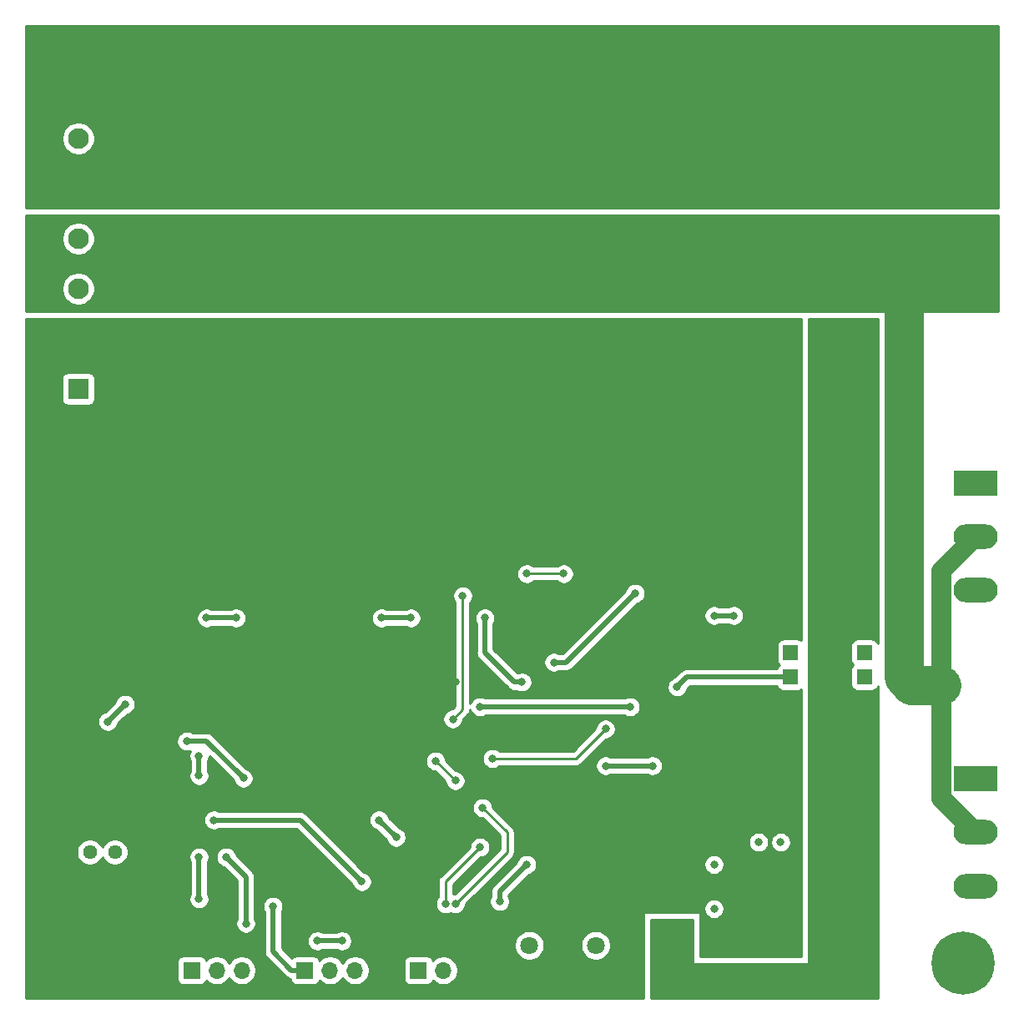
<source format=gbr>
%TF.GenerationSoftware,KiCad,Pcbnew,(5.1.10-1-10_14)*%
%TF.CreationDate,2021-12-23T00:47:36+01:00*%
%TF.ProjectId,NordstroemSupply,4e6f7264-7374-4726-9f65-6d537570706c,rev?*%
%TF.SameCoordinates,Original*%
%TF.FileFunction,Copper,L2,Bot*%
%TF.FilePolarity,Positive*%
%FSLAX46Y46*%
G04 Gerber Fmt 4.6, Leading zero omitted, Abs format (unit mm)*
G04 Created by KiCad (PCBNEW (5.1.10-1-10_14)) date 2021-12-23 00:47:36*
%MOMM*%
%LPD*%
G01*
G04 APERTURE LIST*
%TA.AperFunction,ComponentPad*%
%ADD10R,1.500000X1.500000*%
%TD*%
%TA.AperFunction,ComponentPad*%
%ADD11C,0.800000*%
%TD*%
%TA.AperFunction,ComponentPad*%
%ADD12C,6.400000*%
%TD*%
%TA.AperFunction,ComponentPad*%
%ADD13R,4.000000X4.000000*%
%TD*%
%TA.AperFunction,ComponentPad*%
%ADD14C,4.000000*%
%TD*%
%TA.AperFunction,ComponentPad*%
%ADD15R,1.800000X1.800000*%
%TD*%
%TA.AperFunction,ComponentPad*%
%ADD16C,1.800000*%
%TD*%
%TA.AperFunction,ComponentPad*%
%ADD17R,2.100000X2.100000*%
%TD*%
%TA.AperFunction,ComponentPad*%
%ADD18C,2.100000*%
%TD*%
%TA.AperFunction,ComponentPad*%
%ADD19R,4.500000X2.500000*%
%TD*%
%TA.AperFunction,ComponentPad*%
%ADD20O,4.500000X2.500000*%
%TD*%
%TA.AperFunction,ComponentPad*%
%ADD21C,1.440000*%
%TD*%
%TA.AperFunction,ComponentPad*%
%ADD22R,1.700000X1.700000*%
%TD*%
%TA.AperFunction,ComponentPad*%
%ADD23O,1.700000X1.700000*%
%TD*%
%TA.AperFunction,ViaPad*%
%ADD24C,0.800000*%
%TD*%
%TA.AperFunction,Conductor*%
%ADD25C,2.000000*%
%TD*%
%TA.AperFunction,Conductor*%
%ADD26C,4.000000*%
%TD*%
%TA.AperFunction,Conductor*%
%ADD27C,0.500000*%
%TD*%
%TA.AperFunction,Conductor*%
%ADD28C,0.250000*%
%TD*%
%TA.AperFunction,Conductor*%
%ADD29C,0.254000*%
%TD*%
%TA.AperFunction,Conductor*%
%ADD30C,0.100000*%
%TD*%
G04 APERTURE END LIST*
D10*
%TO.P,H8,1*%
%TO.N,+15V*%
X78250000Y35750000D03*
%TD*%
%TO.P,H7,1*%
%TO.N,Net-(H7-Pad1)*%
X85750000Y35750000D03*
%TD*%
%TO.P,H6,1*%
%TO.N,-15V*%
X78250000Y33250000D03*
%TD*%
D11*
%TO.P,H4,1*%
%TO.N,GND*%
X97447056Y5947056D03*
X95750000Y6650000D03*
X94052944Y5947056D03*
X93350000Y4250000D03*
X94052944Y2552944D03*
X95750000Y1850000D03*
X97447056Y2552944D03*
X98150000Y4250000D03*
D12*
X95750000Y4250000D03*
%TD*%
D11*
%TO.P,H3,1*%
%TO.N,GND*%
X5947056Y5947056D03*
X4250000Y6650000D03*
X2552944Y5947056D03*
X1850000Y4250000D03*
X2552944Y2552944D03*
X4250000Y1850000D03*
X5947056Y2552944D03*
X6650000Y4250000D03*
D12*
X4250000Y4250000D03*
%TD*%
D11*
%TO.P,H2,1*%
%TO.N,Center_tap*%
X97197056Y97197056D03*
X95500000Y97900000D03*
X93802944Y97197056D03*
X93100000Y95500000D03*
X93802944Y93802944D03*
X95500000Y93100000D03*
X97197056Y93802944D03*
X97900000Y95500000D03*
D12*
X95500000Y95500000D03*
%TD*%
D11*
%TO.P,H1,1*%
%TO.N,Center_tap*%
X6197056Y97197056D03*
X4500000Y97900000D03*
X2802944Y97197056D03*
X2100000Y95500000D03*
X2802944Y93802944D03*
X4500000Y93100000D03*
X6197056Y93802944D03*
X6900000Y95500000D03*
D12*
X4500000Y95500000D03*
%TD*%
D13*
%TO.P,C1,1*%
%TO.N,Power_In*%
X37500000Y75500000D03*
D14*
%TO.P,C1,2*%
%TO.N,Center_tap*%
X37500000Y85500000D03*
%TD*%
%TO.P,C2,2*%
%TO.N,Center_tap*%
X75500000Y85500000D03*
D13*
%TO.P,C2,1*%
%TO.N,Power_In*%
X75500000Y75500000D03*
%TD*%
D15*
%TO.P,D7,1*%
%TO.N,GND*%
X51750000Y3500000D03*
D16*
%TO.P,D7,2*%
%TO.N,Net-(D7-Pad2)*%
X51750000Y6040000D03*
%TD*%
%TO.P,D8,2*%
%TO.N,Net-(D8-Pad2)*%
X58500000Y6040000D03*
D15*
%TO.P,D8,1*%
%TO.N,GND*%
X58500000Y3500000D03*
%TD*%
D17*
%TO.P,J1,1*%
%TO.N,Net-(D3-Pad2)*%
X6000000Y62500000D03*
D18*
%TO.P,J1,2*%
%TO.N,GND*%
X6000000Y67580000D03*
%TO.P,J1,3*%
%TO.N,Net-(D2-Pad2)*%
X6000000Y72660000D03*
%TO.P,J1,4*%
%TO.N,Net-(D1-Pad1)*%
X6000000Y77740000D03*
%TO.P,J1,5*%
%TO.N,Center_tap*%
X6000000Y82820000D03*
%TO.P,J1,6*%
%TO.N,Net-(D1-Pad2)*%
X6000000Y87900000D03*
%TD*%
D17*
%TO.P,J2,1*%
%TO.N,GND*%
X71500000Y6500000D03*
D18*
%TO.P,J2,2*%
%TO.N,Center_tap*%
X66420000Y6500000D03*
%TD*%
D19*
%TO.P,Q1,1*%
%TO.N,Net-(Q1-Pad1)*%
X97000000Y52950000D03*
D20*
%TO.P,Q1,2*%
%TO.N,Power_In*%
X97000000Y47500000D03*
%TO.P,Q1,3*%
%TO.N,Net-(Q1-Pad3)*%
X97000000Y42050000D03*
%TD*%
%TO.P,Q3,3*%
%TO.N,Net-(Q3-Pad3)*%
X97000000Y12050000D03*
%TO.P,Q3,2*%
%TO.N,Power_In*%
X97000000Y17500000D03*
D19*
%TO.P,Q3,1*%
%TO.N,Net-(Q3-Pad1)*%
X97000000Y22950000D03*
%TD*%
D21*
%TO.P,RV1,1*%
%TO.N,GND*%
X12250000Y15500000D03*
%TO.P,RV1,2*%
%TO.N,Net-(R3-Pad2)*%
X9710000Y15500000D03*
%TO.P,RV1,3*%
%TO.N,5.000V*%
X7170000Y15500000D03*
%TD*%
D22*
%TO.P,RV2,1*%
%TO.N,Vset*%
X17500000Y3500000D03*
D23*
%TO.P,RV2,2*%
%TO.N,Net-(R4-Pad2)*%
X20040000Y3500000D03*
%TO.P,RV2,3*%
X22580000Y3500000D03*
%TD*%
%TO.P,RV3,3*%
%TO.N,Net-(R5-Pad2)*%
X34080000Y3500000D03*
%TO.P,RV3,2*%
X31540000Y3500000D03*
D22*
%TO.P,RV3,1*%
%TO.N,Iset*%
X29000000Y3500000D03*
%TD*%
%TO.P,SW1,1*%
%TO.N,Vset*%
X40500000Y3500000D03*
D23*
%TO.P,SW1,2*%
%TO.N,Net-(R25-Pad2)*%
X43040000Y3500000D03*
%TO.P,SW1,3*%
%TO.N,GND*%
X45580000Y3500000D03*
%TD*%
D10*
%TO.P,H5,1*%
%TO.N,Net-(H5-Pad1)*%
X85750000Y33250000D03*
%TD*%
D24*
%TO.N,*%
X70500000Y14250000D03*
X70500000Y9750000D03*
X77250000Y16500000D03*
X75000000Y16500000D03*
%TO.N,Center_tap*%
X86000000Y59500000D03*
X83750000Y59500000D03*
X81500000Y59500000D03*
X81500000Y64000000D03*
X83750000Y64000000D03*
X86000000Y64000000D03*
X86000000Y61750000D03*
X83750000Y61750000D03*
X81500000Y61750000D03*
X81500000Y68500000D03*
X83750000Y68500000D03*
X86000000Y68500000D03*
X86000000Y66250000D03*
X83750000Y66250000D03*
X81500000Y66250000D03*
%TO.N,GND*%
X75000000Y5250000D03*
X77250000Y7500000D03*
X75000000Y7500000D03*
X77250000Y5250000D03*
%TO.N,Power_In*%
X96500000Y77500000D03*
%TO.N,Center_tap*%
X96500000Y83750000D03*
X83750000Y57250000D03*
X81500000Y57250000D03*
X86000000Y57250000D03*
%TO.N,GND*%
X14500000Y32000000D03*
X17000000Y34000000D03*
X20500000Y32750000D03*
X7000000Y33750000D03*
X2250000Y48500000D03*
X2250000Y49750000D03*
X2250000Y47250000D03*
X24500000Y33000000D03*
X30750000Y34000000D03*
X35750000Y35500000D03*
X40750000Y34000000D03*
X44250000Y32750000D03*
X50250000Y48500000D03*
X50250000Y50000000D03*
X50250000Y47000000D03*
X5750000Y19250000D03*
X8250000Y19000000D03*
X28000000Y8000000D03*
X20750000Y10750000D03*
X46500000Y8000000D03*
X62000000Y33750000D03*
X25500000Y26250000D03*
X28250000Y23000000D03*
X41000000Y16000000D03*
X22750000Y16000000D03*
X38250000Y7250000D03*
X58500000Y43500000D03*
X50750000Y23750000D03*
X58500000Y32000000D03*
X55750000Y16250000D03*
X55500000Y13750000D03*
X64750000Y22500000D03*
X70500000Y23750000D03*
X70500000Y25500000D03*
X70500000Y27250000D03*
X77500000Y22750000D03*
X75250000Y22750000D03*
X72750000Y22750000D03*
X72750000Y20500000D03*
X72750000Y18500000D03*
X72750000Y16500000D03*
X72750000Y14250000D03*
X72750000Y12000000D03*
X72750000Y9750000D03*
X75000000Y14250000D03*
X77250000Y14250000D03*
X77250000Y12000000D03*
X75000000Y12000000D03*
X75000000Y9750000D03*
X77250000Y9750000D03*
%TO.N,+15V*%
X36500000Y18750000D03*
X38250000Y17000000D03*
X9000000Y28750000D03*
X10750000Y30500000D03*
X70500000Y39500000D03*
X72500000Y39500000D03*
X62000000Y30250000D03*
X46750000Y30250000D03*
%TO.N,-15V*%
X17000000Y26750000D03*
X22750000Y23000000D03*
X21000000Y15000000D03*
X23000000Y8250000D03*
X32750000Y6500000D03*
X30250000Y6500000D03*
X66750000Y32250000D03*
X64250000Y24250000D03*
X59500000Y24250000D03*
X19000000Y39250000D03*
X22000000Y39250000D03*
X36750000Y39250000D03*
X39750000Y39250000D03*
X47250000Y39250000D03*
X51000000Y32750000D03*
%TO.N,Feedback_control*%
X62500000Y41750000D03*
X54250000Y34750000D03*
%TO.N,CC_flag*%
X44250000Y10250000D03*
X47000000Y20000000D03*
X44250000Y22750000D03*
X42250000Y24750000D03*
X44000000Y29000000D03*
X45000000Y41500000D03*
X51500000Y43750000D03*
X55250000Y43750000D03*
%TO.N,CV_flag*%
X59500000Y28000000D03*
X48000000Y25000000D03*
X46750000Y16000000D03*
X43250000Y10250000D03*
%TO.N,-5.000V*%
X18250000Y25250000D03*
X18250000Y23250000D03*
X18250000Y15000000D03*
X18250000Y10750000D03*
%TO.N,5.000V*%
X19750000Y18750000D03*
X34750000Y12500000D03*
%TO.N,Iset*%
X25750000Y10000000D03*
%TO.N,Net-(R25-Pad2)*%
X48750000Y10500000D03*
X51500000Y14250000D03*
%TD*%
D25*
%TO.N,Power_In*%
X93549990Y20950010D02*
X97000000Y17500000D01*
X97000000Y47500000D02*
X93549990Y44049990D01*
D26*
X93549990Y32450010D02*
X90545208Y32450010D01*
D25*
X93549990Y44049990D02*
X93549990Y32450010D01*
X93549990Y32450010D02*
X93549990Y20950010D01*
D26*
X89750000Y33245218D02*
X89750000Y72250000D01*
X78750000Y72250000D02*
X75500000Y75500000D01*
X89750000Y72250000D02*
X78750000Y72250000D01*
X90545208Y32450010D02*
X89750000Y33245218D01*
D27*
%TO.N,+15V*%
X36500000Y18750000D02*
X38250000Y17000000D01*
X9000000Y28750000D02*
X10750000Y30500000D01*
X70500000Y39500000D02*
X72500000Y39500000D01*
X62000000Y30250000D02*
X46750000Y30250000D01*
%TO.N,-15V*%
X19000000Y26750000D02*
X22750000Y23000000D01*
X17000000Y26750000D02*
X19000000Y26750000D01*
X21000000Y15000000D02*
X23000000Y13000000D01*
X23000000Y13000000D02*
X23000000Y8250000D01*
X32750000Y6500000D02*
X30250000Y6500000D01*
X67750000Y33250000D02*
X66750000Y32250000D01*
X78250000Y33250000D02*
X67750000Y33250000D01*
X64250000Y24250000D02*
X59500000Y24250000D01*
X19000000Y39250000D02*
X22000000Y39250000D01*
X36750000Y39250000D02*
X39750000Y39250000D01*
X47250000Y39250000D02*
X47250000Y35750000D01*
X50250000Y32750000D02*
X51000000Y32750000D01*
X47250000Y35750000D02*
X50250000Y32750000D01*
%TO.N,Feedback_control*%
X55500000Y34750000D02*
X54250000Y34750000D01*
X62500000Y41750000D02*
X55500000Y34750000D01*
D28*
%TO.N,CC_flag*%
X44250000Y10250000D02*
X49500000Y15500000D01*
X49500000Y17500000D02*
X47000000Y20000000D01*
X49500000Y15500000D02*
X49500000Y17500000D01*
X44250000Y22750000D02*
X42250000Y24750000D01*
X45000000Y30000000D02*
X45000000Y41500000D01*
X44000000Y29000000D02*
X45000000Y30000000D01*
X51500000Y43750000D02*
X55250000Y43750000D01*
%TO.N,CV_flag*%
X56500000Y25000000D02*
X48000000Y25000000D01*
X59500000Y28000000D02*
X56500000Y25000000D01*
X43250000Y12500000D02*
X43250000Y10250000D01*
X46750000Y16000000D02*
X43250000Y12500000D01*
D27*
%TO.N,-5.000V*%
X18250000Y25250000D02*
X18250000Y23250000D01*
X18250000Y15000000D02*
X18250000Y10750000D01*
%TO.N,5.000V*%
X28500000Y18750000D02*
X34750000Y12500000D01*
X19750000Y18750000D02*
X28500000Y18750000D01*
%TO.N,Iset*%
X25750000Y5400000D02*
X25750000Y10000000D01*
X27650000Y3500000D02*
X25750000Y5400000D01*
X29000000Y3500000D02*
X27650000Y3500000D01*
%TO.N,Net-(R25-Pad2)*%
X48750000Y11500000D02*
X51500000Y14250000D01*
X48750000Y10500000D02*
X48750000Y11500000D01*
%TD*%
D29*
%TO.N,GND*%
X63373000Y42306414D02*
X63303937Y42409774D01*
X63159774Y42553937D01*
X62990256Y42667205D01*
X62801898Y42745226D01*
X62601939Y42785000D01*
X62398061Y42785000D01*
X62198102Y42745226D01*
X62009744Y42667205D01*
X61840226Y42553937D01*
X61696063Y42409774D01*
X61582795Y42240256D01*
X61504774Y42051898D01*
X61493465Y41995044D01*
X55133422Y35635000D01*
X54788454Y35635000D01*
X54740256Y35667205D01*
X54551898Y35745226D01*
X54351939Y35785000D01*
X54148061Y35785000D01*
X53948102Y35745226D01*
X53759744Y35667205D01*
X53590226Y35553937D01*
X53446063Y35409774D01*
X53332795Y35240256D01*
X53254774Y35051898D01*
X53215000Y34851939D01*
X53215000Y34648061D01*
X53254774Y34448102D01*
X53332795Y34259744D01*
X53446063Y34090226D01*
X53590226Y33946063D01*
X53759744Y33832795D01*
X53948102Y33754774D01*
X54148061Y33715000D01*
X54351939Y33715000D01*
X54551898Y33754774D01*
X54740256Y33832795D01*
X54788454Y33865000D01*
X55456531Y33865000D01*
X55500000Y33860719D01*
X55543469Y33865000D01*
X55543477Y33865000D01*
X55673490Y33877805D01*
X55840313Y33928411D01*
X55994059Y34010589D01*
X56128817Y34121183D01*
X56156534Y34154956D01*
X62745044Y40743465D01*
X62801898Y40754774D01*
X62990256Y40832795D01*
X63159774Y40946063D01*
X63303937Y41090226D01*
X63373000Y41193586D01*
X63373000Y25135000D01*
X60038454Y25135000D01*
X59990256Y25167205D01*
X59801898Y25245226D01*
X59601939Y25285000D01*
X59398061Y25285000D01*
X59198102Y25245226D01*
X59009744Y25167205D01*
X58840226Y25053937D01*
X58696063Y24909774D01*
X58582795Y24740256D01*
X58504774Y24551898D01*
X58465000Y24351939D01*
X58465000Y24148061D01*
X58504774Y23948102D01*
X58582795Y23759744D01*
X58696063Y23590226D01*
X58840226Y23446063D01*
X59009744Y23332795D01*
X59198102Y23254774D01*
X59398061Y23215000D01*
X59601939Y23215000D01*
X59801898Y23254774D01*
X59990256Y23332795D01*
X60038454Y23365000D01*
X63373000Y23365000D01*
X63373000Y660000D01*
X660000Y660000D01*
X660000Y4350000D01*
X16011928Y4350000D01*
X16011928Y2650000D01*
X16024188Y2525518D01*
X16060498Y2405820D01*
X16119463Y2295506D01*
X16198815Y2198815D01*
X16295506Y2119463D01*
X16405820Y2060498D01*
X16525518Y2024188D01*
X16650000Y2011928D01*
X18350000Y2011928D01*
X18474482Y2024188D01*
X18594180Y2060498D01*
X18704494Y2119463D01*
X18801185Y2198815D01*
X18880537Y2295506D01*
X18939502Y2405820D01*
X18961513Y2478380D01*
X19093368Y2346525D01*
X19336589Y2184010D01*
X19606842Y2072068D01*
X19893740Y2015000D01*
X20186260Y2015000D01*
X20473158Y2072068D01*
X20743411Y2184010D01*
X20986632Y2346525D01*
X21193475Y2553368D01*
X21310000Y2727760D01*
X21426525Y2553368D01*
X21633368Y2346525D01*
X21876589Y2184010D01*
X22146842Y2072068D01*
X22433740Y2015000D01*
X22726260Y2015000D01*
X23013158Y2072068D01*
X23283411Y2184010D01*
X23526632Y2346525D01*
X23733475Y2553368D01*
X23895990Y2796589D01*
X24007932Y3066842D01*
X24065000Y3353740D01*
X24065000Y3646260D01*
X24007932Y3933158D01*
X23895990Y4203411D01*
X23733475Y4446632D01*
X23526632Y4653475D01*
X23283411Y4815990D01*
X23013158Y4927932D01*
X22726260Y4985000D01*
X22433740Y4985000D01*
X22146842Y4927932D01*
X21876589Y4815990D01*
X21633368Y4653475D01*
X21426525Y4446632D01*
X21310000Y4272240D01*
X21193475Y4446632D01*
X20986632Y4653475D01*
X20743411Y4815990D01*
X20473158Y4927932D01*
X20186260Y4985000D01*
X19893740Y4985000D01*
X19606842Y4927932D01*
X19336589Y4815990D01*
X19093368Y4653475D01*
X18961513Y4521620D01*
X18939502Y4594180D01*
X18880537Y4704494D01*
X18801185Y4801185D01*
X18704494Y4880537D01*
X18594180Y4939502D01*
X18474482Y4975812D01*
X18350000Y4988072D01*
X16650000Y4988072D01*
X16525518Y4975812D01*
X16405820Y4939502D01*
X16295506Y4880537D01*
X16198815Y4801185D01*
X16119463Y4704494D01*
X16060498Y4594180D01*
X16024188Y4474482D01*
X16011928Y4350000D01*
X660000Y4350000D01*
X660000Y15633456D01*
X5815000Y15633456D01*
X5815000Y15366544D01*
X5867072Y15104761D01*
X5969215Y14858167D01*
X6117503Y14636238D01*
X6306238Y14447503D01*
X6528167Y14299215D01*
X6774761Y14197072D01*
X7036544Y14145000D01*
X7303456Y14145000D01*
X7565239Y14197072D01*
X7811833Y14299215D01*
X8033762Y14447503D01*
X8222497Y14636238D01*
X8370785Y14858167D01*
X8440000Y15025266D01*
X8509215Y14858167D01*
X8657503Y14636238D01*
X8846238Y14447503D01*
X9068167Y14299215D01*
X9314761Y14197072D01*
X9576544Y14145000D01*
X9843456Y14145000D01*
X10105239Y14197072D01*
X10351833Y14299215D01*
X10573762Y14447503D01*
X10762497Y14636238D01*
X10910785Y14858167D01*
X11011759Y15101939D01*
X17215000Y15101939D01*
X17215000Y14898061D01*
X17254774Y14698102D01*
X17332795Y14509744D01*
X17365000Y14461545D01*
X17365001Y11288456D01*
X17332795Y11240256D01*
X17254774Y11051898D01*
X17215000Y10851939D01*
X17215000Y10648061D01*
X17254774Y10448102D01*
X17332795Y10259744D01*
X17446063Y10090226D01*
X17590226Y9946063D01*
X17759744Y9832795D01*
X17948102Y9754774D01*
X18148061Y9715000D01*
X18351939Y9715000D01*
X18551898Y9754774D01*
X18740256Y9832795D01*
X18909774Y9946063D01*
X19053937Y10090226D01*
X19167205Y10259744D01*
X19245226Y10448102D01*
X19285000Y10648061D01*
X19285000Y10851939D01*
X19245226Y11051898D01*
X19167205Y11240256D01*
X19135000Y11288454D01*
X19135000Y14461546D01*
X19167205Y14509744D01*
X19245226Y14698102D01*
X19285000Y14898061D01*
X19285000Y15101939D01*
X19965000Y15101939D01*
X19965000Y14898061D01*
X20004774Y14698102D01*
X20082795Y14509744D01*
X20196063Y14340226D01*
X20340226Y14196063D01*
X20509744Y14082795D01*
X20698102Y14004774D01*
X20754957Y13993465D01*
X22115000Y12633421D01*
X22115001Y8788456D01*
X22082795Y8740256D01*
X22004774Y8551898D01*
X21965000Y8351939D01*
X21965000Y8148061D01*
X22004774Y7948102D01*
X22082795Y7759744D01*
X22196063Y7590226D01*
X22340226Y7446063D01*
X22509744Y7332795D01*
X22698102Y7254774D01*
X22898061Y7215000D01*
X23101939Y7215000D01*
X23301898Y7254774D01*
X23490256Y7332795D01*
X23659774Y7446063D01*
X23803937Y7590226D01*
X23917205Y7759744D01*
X23995226Y7948102D01*
X24035000Y8148061D01*
X24035000Y8351939D01*
X23995226Y8551898D01*
X23917205Y8740256D01*
X23885000Y8788454D01*
X23885000Y10101939D01*
X24715000Y10101939D01*
X24715000Y9898061D01*
X24754774Y9698102D01*
X24832795Y9509744D01*
X24865001Y9461544D01*
X24865000Y5443469D01*
X24860719Y5400000D01*
X24865000Y5356531D01*
X24865000Y5356524D01*
X24877805Y5226511D01*
X24928411Y5059688D01*
X25010589Y4905942D01*
X25121183Y4771183D01*
X25154956Y4743466D01*
X26993470Y2904951D01*
X27021183Y2871183D01*
X27054951Y2843470D01*
X27054953Y2843468D01*
X27112075Y2796589D01*
X27155941Y2760589D01*
X27309687Y2678411D01*
X27476510Y2627805D01*
X27514482Y2624065D01*
X27524188Y2525518D01*
X27560498Y2405820D01*
X27619463Y2295506D01*
X27698815Y2198815D01*
X27795506Y2119463D01*
X27905820Y2060498D01*
X28025518Y2024188D01*
X28150000Y2011928D01*
X29850000Y2011928D01*
X29974482Y2024188D01*
X30094180Y2060498D01*
X30204494Y2119463D01*
X30301185Y2198815D01*
X30380537Y2295506D01*
X30439502Y2405820D01*
X30461513Y2478380D01*
X30593368Y2346525D01*
X30836589Y2184010D01*
X31106842Y2072068D01*
X31393740Y2015000D01*
X31686260Y2015000D01*
X31973158Y2072068D01*
X32243411Y2184010D01*
X32486632Y2346525D01*
X32693475Y2553368D01*
X32810000Y2727760D01*
X32926525Y2553368D01*
X33133368Y2346525D01*
X33376589Y2184010D01*
X33646842Y2072068D01*
X33933740Y2015000D01*
X34226260Y2015000D01*
X34513158Y2072068D01*
X34783411Y2184010D01*
X35026632Y2346525D01*
X35233475Y2553368D01*
X35395990Y2796589D01*
X35507932Y3066842D01*
X35565000Y3353740D01*
X35565000Y3646260D01*
X35507932Y3933158D01*
X35395990Y4203411D01*
X35298043Y4350000D01*
X39011928Y4350000D01*
X39011928Y2650000D01*
X39024188Y2525518D01*
X39060498Y2405820D01*
X39119463Y2295506D01*
X39198815Y2198815D01*
X39295506Y2119463D01*
X39405820Y2060498D01*
X39525518Y2024188D01*
X39650000Y2011928D01*
X41350000Y2011928D01*
X41474482Y2024188D01*
X41594180Y2060498D01*
X41704494Y2119463D01*
X41801185Y2198815D01*
X41880537Y2295506D01*
X41939502Y2405820D01*
X41961513Y2478380D01*
X42093368Y2346525D01*
X42336589Y2184010D01*
X42606842Y2072068D01*
X42893740Y2015000D01*
X43186260Y2015000D01*
X43473158Y2072068D01*
X43743411Y2184010D01*
X43986632Y2346525D01*
X44193475Y2553368D01*
X44355990Y2796589D01*
X44467932Y3066842D01*
X44525000Y3353740D01*
X44525000Y3646260D01*
X44467932Y3933158D01*
X44355990Y4203411D01*
X44193475Y4446632D01*
X43986632Y4653475D01*
X43743411Y4815990D01*
X43473158Y4927932D01*
X43186260Y4985000D01*
X42893740Y4985000D01*
X42606842Y4927932D01*
X42336589Y4815990D01*
X42093368Y4653475D01*
X41961513Y4521620D01*
X41939502Y4594180D01*
X41880537Y4704494D01*
X41801185Y4801185D01*
X41704494Y4880537D01*
X41594180Y4939502D01*
X41474482Y4975812D01*
X41350000Y4988072D01*
X39650000Y4988072D01*
X39525518Y4975812D01*
X39405820Y4939502D01*
X39295506Y4880537D01*
X39198815Y4801185D01*
X39119463Y4704494D01*
X39060498Y4594180D01*
X39024188Y4474482D01*
X39011928Y4350000D01*
X35298043Y4350000D01*
X35233475Y4446632D01*
X35026632Y4653475D01*
X34783411Y4815990D01*
X34513158Y4927932D01*
X34226260Y4985000D01*
X33933740Y4985000D01*
X33646842Y4927932D01*
X33376589Y4815990D01*
X33133368Y4653475D01*
X32926525Y4446632D01*
X32810000Y4272240D01*
X32693475Y4446632D01*
X32486632Y4653475D01*
X32243411Y4815990D01*
X31973158Y4927932D01*
X31686260Y4985000D01*
X31393740Y4985000D01*
X31106842Y4927932D01*
X30836589Y4815990D01*
X30593368Y4653475D01*
X30461513Y4521620D01*
X30439502Y4594180D01*
X30380537Y4704494D01*
X30301185Y4801185D01*
X30204494Y4880537D01*
X30094180Y4939502D01*
X29974482Y4975812D01*
X29850000Y4988072D01*
X28150000Y4988072D01*
X28025518Y4975812D01*
X27905820Y4939502D01*
X27795506Y4880537D01*
X27698815Y4801185D01*
X27654451Y4747127D01*
X26635000Y5766578D01*
X26635000Y6601939D01*
X29215000Y6601939D01*
X29215000Y6398061D01*
X29254774Y6198102D01*
X29332795Y6009744D01*
X29446063Y5840226D01*
X29590226Y5696063D01*
X29759744Y5582795D01*
X29948102Y5504774D01*
X30148061Y5465000D01*
X30351939Y5465000D01*
X30551898Y5504774D01*
X30740256Y5582795D01*
X30788454Y5615000D01*
X32211546Y5615000D01*
X32259744Y5582795D01*
X32448102Y5504774D01*
X32648061Y5465000D01*
X32851939Y5465000D01*
X33051898Y5504774D01*
X33240256Y5582795D01*
X33409774Y5696063D01*
X33553937Y5840226D01*
X33667205Y6009744D01*
X33742360Y6191184D01*
X50215000Y6191184D01*
X50215000Y5888816D01*
X50273989Y5592257D01*
X50389701Y5312905D01*
X50557688Y5061495D01*
X50771495Y4847688D01*
X51022905Y4679701D01*
X51302257Y4563989D01*
X51598816Y4505000D01*
X51901184Y4505000D01*
X52197743Y4563989D01*
X52477095Y4679701D01*
X52728505Y4847688D01*
X52942312Y5061495D01*
X53110299Y5312905D01*
X53226011Y5592257D01*
X53285000Y5888816D01*
X53285000Y6191184D01*
X56965000Y6191184D01*
X56965000Y5888816D01*
X57023989Y5592257D01*
X57139701Y5312905D01*
X57307688Y5061495D01*
X57521495Y4847688D01*
X57772905Y4679701D01*
X58052257Y4563989D01*
X58348816Y4505000D01*
X58651184Y4505000D01*
X58947743Y4563989D01*
X59227095Y4679701D01*
X59478505Y4847688D01*
X59692312Y5061495D01*
X59860299Y5312905D01*
X59976011Y5592257D01*
X60035000Y5888816D01*
X60035000Y6191184D01*
X59976011Y6487743D01*
X59860299Y6767095D01*
X59692312Y7018505D01*
X59478505Y7232312D01*
X59227095Y7400299D01*
X58947743Y7516011D01*
X58651184Y7575000D01*
X58348816Y7575000D01*
X58052257Y7516011D01*
X57772905Y7400299D01*
X57521495Y7232312D01*
X57307688Y7018505D01*
X57139701Y6767095D01*
X57023989Y6487743D01*
X56965000Y6191184D01*
X53285000Y6191184D01*
X53226011Y6487743D01*
X53110299Y6767095D01*
X52942312Y7018505D01*
X52728505Y7232312D01*
X52477095Y7400299D01*
X52197743Y7516011D01*
X51901184Y7575000D01*
X51598816Y7575000D01*
X51302257Y7516011D01*
X51022905Y7400299D01*
X50771495Y7232312D01*
X50557688Y7018505D01*
X50389701Y6767095D01*
X50273989Y6487743D01*
X50215000Y6191184D01*
X33742360Y6191184D01*
X33745226Y6198102D01*
X33785000Y6398061D01*
X33785000Y6601939D01*
X33745226Y6801898D01*
X33667205Y6990256D01*
X33553937Y7159774D01*
X33409774Y7303937D01*
X33240256Y7417205D01*
X33051898Y7495226D01*
X32851939Y7535000D01*
X32648061Y7535000D01*
X32448102Y7495226D01*
X32259744Y7417205D01*
X32211546Y7385000D01*
X30788454Y7385000D01*
X30740256Y7417205D01*
X30551898Y7495226D01*
X30351939Y7535000D01*
X30148061Y7535000D01*
X29948102Y7495226D01*
X29759744Y7417205D01*
X29590226Y7303937D01*
X29446063Y7159774D01*
X29332795Y6990256D01*
X29254774Y6801898D01*
X29215000Y6601939D01*
X26635000Y6601939D01*
X26635000Y9461546D01*
X26667205Y9509744D01*
X26745226Y9698102D01*
X26785000Y9898061D01*
X26785000Y10101939D01*
X26745226Y10301898D01*
X26724499Y10351939D01*
X42215000Y10351939D01*
X42215000Y10148061D01*
X42254774Y9948102D01*
X42332795Y9759744D01*
X42446063Y9590226D01*
X42590226Y9446063D01*
X42759744Y9332795D01*
X42948102Y9254774D01*
X43148061Y9215000D01*
X43351939Y9215000D01*
X43551898Y9254774D01*
X43740256Y9332795D01*
X43750000Y9339306D01*
X43759744Y9332795D01*
X43948102Y9254774D01*
X44148061Y9215000D01*
X44351939Y9215000D01*
X44551898Y9254774D01*
X44740256Y9332795D01*
X44909774Y9446063D01*
X45053937Y9590226D01*
X45167205Y9759744D01*
X45245226Y9948102D01*
X45285000Y10148061D01*
X45285000Y10210199D01*
X45676740Y10601939D01*
X47715000Y10601939D01*
X47715000Y10398061D01*
X47754774Y10198102D01*
X47832795Y10009744D01*
X47946063Y9840226D01*
X48090226Y9696063D01*
X48259744Y9582795D01*
X48448102Y9504774D01*
X48648061Y9465000D01*
X48851939Y9465000D01*
X49051898Y9504774D01*
X49240256Y9582795D01*
X49409774Y9696063D01*
X49553937Y9840226D01*
X49667205Y10009744D01*
X49745226Y10198102D01*
X49785000Y10398061D01*
X49785000Y10601939D01*
X49745226Y10801898D01*
X49667205Y10990256D01*
X49635000Y11038454D01*
X49635000Y11133422D01*
X51745044Y13243465D01*
X51801898Y13254774D01*
X51990256Y13332795D01*
X52159774Y13446063D01*
X52303937Y13590226D01*
X52417205Y13759744D01*
X52495226Y13948102D01*
X52535000Y14148061D01*
X52535000Y14351939D01*
X52495226Y14551898D01*
X52417205Y14740256D01*
X52303937Y14909774D01*
X52159774Y15053937D01*
X51990256Y15167205D01*
X51801898Y15245226D01*
X51601939Y15285000D01*
X51398061Y15285000D01*
X51198102Y15245226D01*
X51009744Y15167205D01*
X50840226Y15053937D01*
X50696063Y14909774D01*
X50582795Y14740256D01*
X50504774Y14551898D01*
X50493465Y14495044D01*
X48154951Y12156529D01*
X48121184Y12128817D01*
X48093471Y12095049D01*
X48093468Y12095046D01*
X48010590Y11994059D01*
X47928412Y11840313D01*
X47877805Y11673490D01*
X47860719Y11500000D01*
X47865001Y11456522D01*
X47865001Y11038455D01*
X47832795Y10990256D01*
X47754774Y10801898D01*
X47715000Y10601939D01*
X45676740Y10601939D01*
X50011004Y14936202D01*
X50040001Y14959999D01*
X50134974Y15075724D01*
X50205546Y15207753D01*
X50249003Y15351014D01*
X50260000Y15462667D01*
X50260000Y15462676D01*
X50263676Y15499999D01*
X50260000Y15537322D01*
X50260000Y17462677D01*
X50263676Y17500000D01*
X50260000Y17537323D01*
X50260000Y17537333D01*
X50249003Y17648986D01*
X50205546Y17792247D01*
X50134974Y17924277D01*
X50063799Y18011003D01*
X50040001Y18040001D01*
X50011003Y18063799D01*
X48035000Y20039801D01*
X48035000Y20101939D01*
X47995226Y20301898D01*
X47917205Y20490256D01*
X47803937Y20659774D01*
X47659774Y20803937D01*
X47490256Y20917205D01*
X47301898Y20995226D01*
X47101939Y21035000D01*
X46898061Y21035000D01*
X46698102Y20995226D01*
X46509744Y20917205D01*
X46340226Y20803937D01*
X46196063Y20659774D01*
X46082795Y20490256D01*
X46004774Y20301898D01*
X45965000Y20101939D01*
X45965000Y19898061D01*
X46004774Y19698102D01*
X46082795Y19509744D01*
X46196063Y19340226D01*
X46340226Y19196063D01*
X46509744Y19082795D01*
X46698102Y19004774D01*
X46898061Y18965000D01*
X46960199Y18965000D01*
X48740001Y17185197D01*
X48740000Y15814802D01*
X44210199Y11285000D01*
X44148061Y11285000D01*
X44010000Y11257538D01*
X44010000Y12185199D01*
X46789803Y14965000D01*
X46851939Y14965000D01*
X47051898Y15004774D01*
X47240256Y15082795D01*
X47409774Y15196063D01*
X47553937Y15340226D01*
X47667205Y15509744D01*
X47745226Y15698102D01*
X47785000Y15898061D01*
X47785000Y16101939D01*
X47745226Y16301898D01*
X47667205Y16490256D01*
X47553937Y16659774D01*
X47409774Y16803937D01*
X47240256Y16917205D01*
X47051898Y16995226D01*
X46851939Y17035000D01*
X46648061Y17035000D01*
X46448102Y16995226D01*
X46259744Y16917205D01*
X46090226Y16803937D01*
X45946063Y16659774D01*
X45832795Y16490256D01*
X45754774Y16301898D01*
X45715000Y16101939D01*
X45715000Y16039803D01*
X42739003Y13063804D01*
X42709999Y13040001D01*
X42672296Y12994059D01*
X42615026Y12924276D01*
X42570147Y12840314D01*
X42544454Y12792246D01*
X42500997Y12648985D01*
X42490000Y12537332D01*
X42490000Y12537322D01*
X42486324Y12500000D01*
X42490000Y12462677D01*
X42490001Y10953712D01*
X42446063Y10909774D01*
X42332795Y10740256D01*
X42254774Y10551898D01*
X42215000Y10351939D01*
X26724499Y10351939D01*
X26667205Y10490256D01*
X26553937Y10659774D01*
X26409774Y10803937D01*
X26240256Y10917205D01*
X26051898Y10995226D01*
X25851939Y11035000D01*
X25648061Y11035000D01*
X25448102Y10995226D01*
X25259744Y10917205D01*
X25090226Y10803937D01*
X24946063Y10659774D01*
X24832795Y10490256D01*
X24754774Y10301898D01*
X24715000Y10101939D01*
X23885000Y10101939D01*
X23885000Y12956535D01*
X23889281Y13000001D01*
X23885000Y13043467D01*
X23885000Y13043477D01*
X23872195Y13173490D01*
X23821589Y13340313D01*
X23739411Y13494059D01*
X23628817Y13628817D01*
X23595050Y13656529D01*
X22006535Y15245043D01*
X21995226Y15301898D01*
X21917205Y15490256D01*
X21803937Y15659774D01*
X21659774Y15803937D01*
X21490256Y15917205D01*
X21301898Y15995226D01*
X21101939Y16035000D01*
X20898061Y16035000D01*
X20698102Y15995226D01*
X20509744Y15917205D01*
X20340226Y15803937D01*
X20196063Y15659774D01*
X20082795Y15490256D01*
X20004774Y15301898D01*
X19965000Y15101939D01*
X19285000Y15101939D01*
X19245226Y15301898D01*
X19167205Y15490256D01*
X19053937Y15659774D01*
X18909774Y15803937D01*
X18740256Y15917205D01*
X18551898Y15995226D01*
X18351939Y16035000D01*
X18148061Y16035000D01*
X17948102Y15995226D01*
X17759744Y15917205D01*
X17590226Y15803937D01*
X17446063Y15659774D01*
X17332795Y15490256D01*
X17254774Y15301898D01*
X17215000Y15101939D01*
X11011759Y15101939D01*
X11012928Y15104761D01*
X11065000Y15366544D01*
X11065000Y15633456D01*
X11012928Y15895239D01*
X10910785Y16141833D01*
X10762497Y16363762D01*
X10573762Y16552497D01*
X10351833Y16700785D01*
X10105239Y16802928D01*
X9843456Y16855000D01*
X9576544Y16855000D01*
X9314761Y16802928D01*
X9068167Y16700785D01*
X8846238Y16552497D01*
X8657503Y16363762D01*
X8509215Y16141833D01*
X8440000Y15974734D01*
X8370785Y16141833D01*
X8222497Y16363762D01*
X8033762Y16552497D01*
X7811833Y16700785D01*
X7565239Y16802928D01*
X7303456Y16855000D01*
X7036544Y16855000D01*
X6774761Y16802928D01*
X6528167Y16700785D01*
X6306238Y16552497D01*
X6117503Y16363762D01*
X5969215Y16141833D01*
X5867072Y15895239D01*
X5815000Y15633456D01*
X660000Y15633456D01*
X660000Y18851939D01*
X18715000Y18851939D01*
X18715000Y18648061D01*
X18754774Y18448102D01*
X18832795Y18259744D01*
X18946063Y18090226D01*
X19090226Y17946063D01*
X19259744Y17832795D01*
X19448102Y17754774D01*
X19648061Y17715000D01*
X19851939Y17715000D01*
X20051898Y17754774D01*
X20240256Y17832795D01*
X20288454Y17865000D01*
X28133422Y17865000D01*
X33743465Y12254956D01*
X33754774Y12198102D01*
X33832795Y12009744D01*
X33946063Y11840226D01*
X34090226Y11696063D01*
X34259744Y11582795D01*
X34448102Y11504774D01*
X34648061Y11465000D01*
X34851939Y11465000D01*
X35051898Y11504774D01*
X35240256Y11582795D01*
X35409774Y11696063D01*
X35553937Y11840226D01*
X35667205Y12009744D01*
X35745226Y12198102D01*
X35785000Y12398061D01*
X35785000Y12601939D01*
X35745226Y12801898D01*
X35667205Y12990256D01*
X35553937Y13159774D01*
X35409774Y13303937D01*
X35240256Y13417205D01*
X35051898Y13495226D01*
X34995044Y13506535D01*
X29649640Y18851939D01*
X35465000Y18851939D01*
X35465000Y18648061D01*
X35504774Y18448102D01*
X35582795Y18259744D01*
X35696063Y18090226D01*
X35840226Y17946063D01*
X36009744Y17832795D01*
X36198102Y17754774D01*
X36254957Y17743465D01*
X37243465Y16754956D01*
X37254774Y16698102D01*
X37332795Y16509744D01*
X37446063Y16340226D01*
X37590226Y16196063D01*
X37759744Y16082795D01*
X37948102Y16004774D01*
X38148061Y15965000D01*
X38351939Y15965000D01*
X38551898Y16004774D01*
X38740256Y16082795D01*
X38909774Y16196063D01*
X39053937Y16340226D01*
X39167205Y16509744D01*
X39245226Y16698102D01*
X39285000Y16898061D01*
X39285000Y17101939D01*
X39245226Y17301898D01*
X39167205Y17490256D01*
X39053937Y17659774D01*
X38909774Y17803937D01*
X38740256Y17917205D01*
X38551898Y17995226D01*
X38495044Y18006535D01*
X37506535Y18995043D01*
X37495226Y19051898D01*
X37417205Y19240256D01*
X37303937Y19409774D01*
X37159774Y19553937D01*
X36990256Y19667205D01*
X36801898Y19745226D01*
X36601939Y19785000D01*
X36398061Y19785000D01*
X36198102Y19745226D01*
X36009744Y19667205D01*
X35840226Y19553937D01*
X35696063Y19409774D01*
X35582795Y19240256D01*
X35504774Y19051898D01*
X35465000Y18851939D01*
X29649640Y18851939D01*
X29156534Y19345044D01*
X29128817Y19378817D01*
X28994059Y19489411D01*
X28840313Y19571589D01*
X28673490Y19622195D01*
X28543477Y19635000D01*
X28543469Y19635000D01*
X28500000Y19639281D01*
X28456531Y19635000D01*
X20288454Y19635000D01*
X20240256Y19667205D01*
X20051898Y19745226D01*
X19851939Y19785000D01*
X19648061Y19785000D01*
X19448102Y19745226D01*
X19259744Y19667205D01*
X19090226Y19553937D01*
X18946063Y19409774D01*
X18832795Y19240256D01*
X18754774Y19051898D01*
X18715000Y18851939D01*
X660000Y18851939D01*
X660000Y26851939D01*
X15965000Y26851939D01*
X15965000Y26648061D01*
X16004774Y26448102D01*
X16082795Y26259744D01*
X16196063Y26090226D01*
X16340226Y25946063D01*
X16509744Y25832795D01*
X16698102Y25754774D01*
X16898061Y25715000D01*
X17101939Y25715000D01*
X17301898Y25754774D01*
X17358032Y25778026D01*
X17332795Y25740256D01*
X17254774Y25551898D01*
X17215000Y25351939D01*
X17215000Y25148061D01*
X17254774Y24948102D01*
X17332795Y24759744D01*
X17365000Y24711545D01*
X17365001Y23788455D01*
X17332795Y23740256D01*
X17254774Y23551898D01*
X17215000Y23351939D01*
X17215000Y23148061D01*
X17254774Y22948102D01*
X17332795Y22759744D01*
X17446063Y22590226D01*
X17590226Y22446063D01*
X17759744Y22332795D01*
X17948102Y22254774D01*
X18148061Y22215000D01*
X18351939Y22215000D01*
X18551898Y22254774D01*
X18740256Y22332795D01*
X18909774Y22446063D01*
X19053937Y22590226D01*
X19167205Y22759744D01*
X19245226Y22948102D01*
X19285000Y23148061D01*
X19285000Y23351939D01*
X19245226Y23551898D01*
X19167205Y23740256D01*
X19135000Y23788454D01*
X19135000Y24711546D01*
X19167205Y24759744D01*
X19245226Y24948102D01*
X19285000Y25148061D01*
X19285000Y25213422D01*
X21743465Y22754956D01*
X21754774Y22698102D01*
X21832795Y22509744D01*
X21946063Y22340226D01*
X22090226Y22196063D01*
X22259744Y22082795D01*
X22448102Y22004774D01*
X22648061Y21965000D01*
X22851939Y21965000D01*
X23051898Y22004774D01*
X23240256Y22082795D01*
X23409774Y22196063D01*
X23553937Y22340226D01*
X23667205Y22509744D01*
X23745226Y22698102D01*
X23785000Y22898061D01*
X23785000Y23101939D01*
X23745226Y23301898D01*
X23667205Y23490256D01*
X23553937Y23659774D01*
X23409774Y23803937D01*
X23240256Y23917205D01*
X23051898Y23995226D01*
X22995044Y24006535D01*
X22149640Y24851939D01*
X41215000Y24851939D01*
X41215000Y24648061D01*
X41254774Y24448102D01*
X41332795Y24259744D01*
X41446063Y24090226D01*
X41590226Y23946063D01*
X41759744Y23832795D01*
X41948102Y23754774D01*
X42148061Y23715000D01*
X42210199Y23715000D01*
X43215000Y22710198D01*
X43215000Y22648061D01*
X43254774Y22448102D01*
X43332795Y22259744D01*
X43446063Y22090226D01*
X43590226Y21946063D01*
X43759744Y21832795D01*
X43948102Y21754774D01*
X44148061Y21715000D01*
X44351939Y21715000D01*
X44551898Y21754774D01*
X44740256Y21832795D01*
X44909774Y21946063D01*
X45053937Y22090226D01*
X45167205Y22259744D01*
X45245226Y22448102D01*
X45285000Y22648061D01*
X45285000Y22851939D01*
X45245226Y23051898D01*
X45167205Y23240256D01*
X45053937Y23409774D01*
X44909774Y23553937D01*
X44740256Y23667205D01*
X44551898Y23745226D01*
X44351939Y23785000D01*
X44289802Y23785000D01*
X43285000Y24789801D01*
X43285000Y24851939D01*
X43245226Y25051898D01*
X43224499Y25101939D01*
X46965000Y25101939D01*
X46965000Y24898061D01*
X47004774Y24698102D01*
X47082795Y24509744D01*
X47196063Y24340226D01*
X47340226Y24196063D01*
X47509744Y24082795D01*
X47698102Y24004774D01*
X47898061Y23965000D01*
X48101939Y23965000D01*
X48301898Y24004774D01*
X48490256Y24082795D01*
X48659774Y24196063D01*
X48703711Y24240000D01*
X56462678Y24240000D01*
X56500000Y24236324D01*
X56537322Y24240000D01*
X56537333Y24240000D01*
X56648986Y24250997D01*
X56792247Y24294454D01*
X56924276Y24365026D01*
X57040001Y24459999D01*
X57063804Y24489003D01*
X59539802Y26965000D01*
X59601939Y26965000D01*
X59801898Y27004774D01*
X59990256Y27082795D01*
X60159774Y27196063D01*
X60303937Y27340226D01*
X60417205Y27509744D01*
X60495226Y27698102D01*
X60535000Y27898061D01*
X60535000Y28101939D01*
X60495226Y28301898D01*
X60417205Y28490256D01*
X60303937Y28659774D01*
X60159774Y28803937D01*
X59990256Y28917205D01*
X59801898Y28995226D01*
X59601939Y29035000D01*
X59398061Y29035000D01*
X59198102Y28995226D01*
X59009744Y28917205D01*
X58840226Y28803937D01*
X58696063Y28659774D01*
X58582795Y28490256D01*
X58504774Y28301898D01*
X58465000Y28101939D01*
X58465000Y28039802D01*
X56185199Y25760000D01*
X48703711Y25760000D01*
X48659774Y25803937D01*
X48490256Y25917205D01*
X48301898Y25995226D01*
X48101939Y26035000D01*
X47898061Y26035000D01*
X47698102Y25995226D01*
X47509744Y25917205D01*
X47340226Y25803937D01*
X47196063Y25659774D01*
X47082795Y25490256D01*
X47004774Y25301898D01*
X46965000Y25101939D01*
X43224499Y25101939D01*
X43167205Y25240256D01*
X43053937Y25409774D01*
X42909774Y25553937D01*
X42740256Y25667205D01*
X42551898Y25745226D01*
X42351939Y25785000D01*
X42148061Y25785000D01*
X41948102Y25745226D01*
X41759744Y25667205D01*
X41590226Y25553937D01*
X41446063Y25409774D01*
X41332795Y25240256D01*
X41254774Y25051898D01*
X41215000Y24851939D01*
X22149640Y24851939D01*
X19656534Y27345044D01*
X19628817Y27378817D01*
X19494059Y27489411D01*
X19340313Y27571589D01*
X19173490Y27622195D01*
X19043477Y27635000D01*
X19043469Y27635000D01*
X19000000Y27639281D01*
X18956531Y27635000D01*
X17538454Y27635000D01*
X17490256Y27667205D01*
X17301898Y27745226D01*
X17101939Y27785000D01*
X16898061Y27785000D01*
X16698102Y27745226D01*
X16509744Y27667205D01*
X16340226Y27553937D01*
X16196063Y27409774D01*
X16082795Y27240256D01*
X16004774Y27051898D01*
X15965000Y26851939D01*
X660000Y26851939D01*
X660000Y28851939D01*
X7965000Y28851939D01*
X7965000Y28648061D01*
X8004774Y28448102D01*
X8082795Y28259744D01*
X8196063Y28090226D01*
X8340226Y27946063D01*
X8509744Y27832795D01*
X8698102Y27754774D01*
X8898061Y27715000D01*
X9101939Y27715000D01*
X9301898Y27754774D01*
X9490256Y27832795D01*
X9659774Y27946063D01*
X9803937Y28090226D01*
X9917205Y28259744D01*
X9995226Y28448102D01*
X10006535Y28504957D01*
X10603517Y29101939D01*
X42965000Y29101939D01*
X42965000Y28898061D01*
X43004774Y28698102D01*
X43082795Y28509744D01*
X43196063Y28340226D01*
X43340226Y28196063D01*
X43509744Y28082795D01*
X43698102Y28004774D01*
X43898061Y27965000D01*
X44101939Y27965000D01*
X44301898Y28004774D01*
X44490256Y28082795D01*
X44659774Y28196063D01*
X44803937Y28340226D01*
X44917205Y28509744D01*
X44995226Y28698102D01*
X45035000Y28898061D01*
X45035000Y28960199D01*
X45511004Y29436202D01*
X45540001Y29459999D01*
X45634974Y29575724D01*
X45705546Y29707753D01*
X45749003Y29851014D01*
X45757837Y29940707D01*
X45832795Y29759744D01*
X45946063Y29590226D01*
X46090226Y29446063D01*
X46259744Y29332795D01*
X46448102Y29254774D01*
X46648061Y29215000D01*
X46851939Y29215000D01*
X47051898Y29254774D01*
X47240256Y29332795D01*
X47288454Y29365000D01*
X61461546Y29365000D01*
X61509744Y29332795D01*
X61698102Y29254774D01*
X61898061Y29215000D01*
X62101939Y29215000D01*
X62301898Y29254774D01*
X62490256Y29332795D01*
X62659774Y29446063D01*
X62803937Y29590226D01*
X62917205Y29759744D01*
X62995226Y29948102D01*
X63035000Y30148061D01*
X63035000Y30351939D01*
X62995226Y30551898D01*
X62917205Y30740256D01*
X62803937Y30909774D01*
X62659774Y31053937D01*
X62490256Y31167205D01*
X62301898Y31245226D01*
X62101939Y31285000D01*
X61898061Y31285000D01*
X61698102Y31245226D01*
X61509744Y31167205D01*
X61461546Y31135000D01*
X47288454Y31135000D01*
X47240256Y31167205D01*
X47051898Y31245226D01*
X46851939Y31285000D01*
X46648061Y31285000D01*
X46448102Y31245226D01*
X46259744Y31167205D01*
X46090226Y31053937D01*
X45946063Y30909774D01*
X45832795Y30740256D01*
X45760000Y30564515D01*
X45760000Y39351939D01*
X46215000Y39351939D01*
X46215000Y39148061D01*
X46254774Y38948102D01*
X46332795Y38759744D01*
X46365000Y38711545D01*
X46365001Y35793479D01*
X46360719Y35750000D01*
X46377805Y35576510D01*
X46428412Y35409687D01*
X46510590Y35255941D01*
X46593468Y35154954D01*
X46593471Y35154951D01*
X46621184Y35121183D01*
X46654951Y35093471D01*
X49593470Y32154951D01*
X49621183Y32121183D01*
X49654951Y32093470D01*
X49654953Y32093468D01*
X49755941Y32010589D01*
X49909686Y31928411D01*
X50076510Y31877805D01*
X50206523Y31865000D01*
X50206531Y31865000D01*
X50250000Y31860719D01*
X50293469Y31865000D01*
X50461546Y31865000D01*
X50509744Y31832795D01*
X50698102Y31754774D01*
X50898061Y31715000D01*
X51101939Y31715000D01*
X51301898Y31754774D01*
X51490256Y31832795D01*
X51659774Y31946063D01*
X51803937Y32090226D01*
X51917205Y32259744D01*
X51995226Y32448102D01*
X52035000Y32648061D01*
X52035000Y32851939D01*
X51995226Y33051898D01*
X51917205Y33240256D01*
X51803937Y33409774D01*
X51659774Y33553937D01*
X51490256Y33667205D01*
X51301898Y33745226D01*
X51101939Y33785000D01*
X50898061Y33785000D01*
X50698102Y33745226D01*
X50562515Y33689064D01*
X48135000Y36116578D01*
X48135000Y38711546D01*
X48167205Y38759744D01*
X48245226Y38948102D01*
X48285000Y39148061D01*
X48285000Y39351939D01*
X48245226Y39551898D01*
X48167205Y39740256D01*
X48053937Y39909774D01*
X47909774Y40053937D01*
X47740256Y40167205D01*
X47551898Y40245226D01*
X47351939Y40285000D01*
X47148061Y40285000D01*
X46948102Y40245226D01*
X46759744Y40167205D01*
X46590226Y40053937D01*
X46446063Y39909774D01*
X46332795Y39740256D01*
X46254774Y39551898D01*
X46215000Y39351939D01*
X45760000Y39351939D01*
X45760000Y40796289D01*
X45803937Y40840226D01*
X45917205Y41009744D01*
X45995226Y41198102D01*
X46035000Y41398061D01*
X46035000Y41601939D01*
X45995226Y41801898D01*
X45917205Y41990256D01*
X45803937Y42159774D01*
X45659774Y42303937D01*
X45490256Y42417205D01*
X45301898Y42495226D01*
X45101939Y42535000D01*
X44898061Y42535000D01*
X44698102Y42495226D01*
X44509744Y42417205D01*
X44340226Y42303937D01*
X44196063Y42159774D01*
X44082795Y41990256D01*
X44004774Y41801898D01*
X43965000Y41601939D01*
X43965000Y41398061D01*
X44004774Y41198102D01*
X44082795Y41009744D01*
X44196063Y40840226D01*
X44240001Y40796288D01*
X44240000Y30314802D01*
X43960199Y30035000D01*
X43898061Y30035000D01*
X43698102Y29995226D01*
X43509744Y29917205D01*
X43340226Y29803937D01*
X43196063Y29659774D01*
X43082795Y29490256D01*
X43004774Y29301898D01*
X42965000Y29101939D01*
X10603517Y29101939D01*
X10995044Y29493465D01*
X11051898Y29504774D01*
X11240256Y29582795D01*
X11409774Y29696063D01*
X11553937Y29840226D01*
X11667205Y30009744D01*
X11745226Y30198102D01*
X11785000Y30398061D01*
X11785000Y30601939D01*
X11745226Y30801898D01*
X11667205Y30990256D01*
X11553937Y31159774D01*
X11409774Y31303937D01*
X11240256Y31417205D01*
X11051898Y31495226D01*
X10851939Y31535000D01*
X10648061Y31535000D01*
X10448102Y31495226D01*
X10259744Y31417205D01*
X10090226Y31303937D01*
X9946063Y31159774D01*
X9832795Y30990256D01*
X9754774Y30801898D01*
X9743465Y30745044D01*
X8754957Y29756535D01*
X8698102Y29745226D01*
X8509744Y29667205D01*
X8340226Y29553937D01*
X8196063Y29409774D01*
X8082795Y29240256D01*
X8004774Y29051898D01*
X7965000Y28851939D01*
X660000Y28851939D01*
X660000Y39351939D01*
X17965000Y39351939D01*
X17965000Y39148061D01*
X18004774Y38948102D01*
X18082795Y38759744D01*
X18196063Y38590226D01*
X18340226Y38446063D01*
X18509744Y38332795D01*
X18698102Y38254774D01*
X18898061Y38215000D01*
X19101939Y38215000D01*
X19301898Y38254774D01*
X19490256Y38332795D01*
X19538454Y38365000D01*
X21461546Y38365000D01*
X21509744Y38332795D01*
X21698102Y38254774D01*
X21898061Y38215000D01*
X22101939Y38215000D01*
X22301898Y38254774D01*
X22490256Y38332795D01*
X22659774Y38446063D01*
X22803937Y38590226D01*
X22917205Y38759744D01*
X22995226Y38948102D01*
X23035000Y39148061D01*
X23035000Y39351939D01*
X35715000Y39351939D01*
X35715000Y39148061D01*
X35754774Y38948102D01*
X35832795Y38759744D01*
X35946063Y38590226D01*
X36090226Y38446063D01*
X36259744Y38332795D01*
X36448102Y38254774D01*
X36648061Y38215000D01*
X36851939Y38215000D01*
X37051898Y38254774D01*
X37240256Y38332795D01*
X37288454Y38365000D01*
X39211546Y38365000D01*
X39259744Y38332795D01*
X39448102Y38254774D01*
X39648061Y38215000D01*
X39851939Y38215000D01*
X40051898Y38254774D01*
X40240256Y38332795D01*
X40409774Y38446063D01*
X40553937Y38590226D01*
X40667205Y38759744D01*
X40745226Y38948102D01*
X40785000Y39148061D01*
X40785000Y39351939D01*
X40745226Y39551898D01*
X40667205Y39740256D01*
X40553937Y39909774D01*
X40409774Y40053937D01*
X40240256Y40167205D01*
X40051898Y40245226D01*
X39851939Y40285000D01*
X39648061Y40285000D01*
X39448102Y40245226D01*
X39259744Y40167205D01*
X39211546Y40135000D01*
X37288454Y40135000D01*
X37240256Y40167205D01*
X37051898Y40245226D01*
X36851939Y40285000D01*
X36648061Y40285000D01*
X36448102Y40245226D01*
X36259744Y40167205D01*
X36090226Y40053937D01*
X35946063Y39909774D01*
X35832795Y39740256D01*
X35754774Y39551898D01*
X35715000Y39351939D01*
X23035000Y39351939D01*
X22995226Y39551898D01*
X22917205Y39740256D01*
X22803937Y39909774D01*
X22659774Y40053937D01*
X22490256Y40167205D01*
X22301898Y40245226D01*
X22101939Y40285000D01*
X21898061Y40285000D01*
X21698102Y40245226D01*
X21509744Y40167205D01*
X21461546Y40135000D01*
X19538454Y40135000D01*
X19490256Y40167205D01*
X19301898Y40245226D01*
X19101939Y40285000D01*
X18898061Y40285000D01*
X18698102Y40245226D01*
X18509744Y40167205D01*
X18340226Y40053937D01*
X18196063Y39909774D01*
X18082795Y39740256D01*
X18004774Y39551898D01*
X17965000Y39351939D01*
X660000Y39351939D01*
X660000Y43851939D01*
X50465000Y43851939D01*
X50465000Y43648061D01*
X50504774Y43448102D01*
X50582795Y43259744D01*
X50696063Y43090226D01*
X50840226Y42946063D01*
X51009744Y42832795D01*
X51198102Y42754774D01*
X51398061Y42715000D01*
X51601939Y42715000D01*
X51801898Y42754774D01*
X51990256Y42832795D01*
X52159774Y42946063D01*
X52203711Y42990000D01*
X54546289Y42990000D01*
X54590226Y42946063D01*
X54759744Y42832795D01*
X54948102Y42754774D01*
X55148061Y42715000D01*
X55351939Y42715000D01*
X55551898Y42754774D01*
X55740256Y42832795D01*
X55909774Y42946063D01*
X56053937Y43090226D01*
X56167205Y43259744D01*
X56245226Y43448102D01*
X56285000Y43648061D01*
X56285000Y43851939D01*
X56245226Y44051898D01*
X56167205Y44240256D01*
X56053937Y44409774D01*
X55909774Y44553937D01*
X55740256Y44667205D01*
X55551898Y44745226D01*
X55351939Y44785000D01*
X55148061Y44785000D01*
X54948102Y44745226D01*
X54759744Y44667205D01*
X54590226Y44553937D01*
X54546289Y44510000D01*
X52203711Y44510000D01*
X52159774Y44553937D01*
X51990256Y44667205D01*
X51801898Y44745226D01*
X51601939Y44785000D01*
X51398061Y44785000D01*
X51198102Y44745226D01*
X51009744Y44667205D01*
X50840226Y44553937D01*
X50696063Y44409774D01*
X50582795Y44240256D01*
X50504774Y44051898D01*
X50465000Y43851939D01*
X660000Y43851939D01*
X660000Y63550000D01*
X4311928Y63550000D01*
X4311928Y61450000D01*
X4324188Y61325518D01*
X4360498Y61205820D01*
X4419463Y61095506D01*
X4498815Y60998815D01*
X4595506Y60919463D01*
X4705820Y60860498D01*
X4825518Y60824188D01*
X4950000Y60811928D01*
X7050000Y60811928D01*
X7174482Y60824188D01*
X7294180Y60860498D01*
X7404494Y60919463D01*
X7501185Y60998815D01*
X7580537Y61095506D01*
X7639502Y61205820D01*
X7675812Y61325518D01*
X7688072Y61450000D01*
X7688072Y63550000D01*
X7675812Y63674482D01*
X7639502Y63794180D01*
X7580537Y63904494D01*
X7501185Y64001185D01*
X7404494Y64080537D01*
X7294180Y64139502D01*
X7174482Y64175812D01*
X7050000Y64188072D01*
X4950000Y64188072D01*
X4825518Y64175812D01*
X4705820Y64139502D01*
X4595506Y64080537D01*
X4498815Y64001185D01*
X4419463Y63904494D01*
X4360498Y63794180D01*
X4324188Y63674482D01*
X4311928Y63550000D01*
X660000Y63550000D01*
X660000Y69623000D01*
X63373000Y69623000D01*
X63373000Y42306414D01*
%TA.AperFunction,Conductor*%
D30*
G36*
X63373000Y42306414D02*
G01*
X63303937Y42409774D01*
X63159774Y42553937D01*
X62990256Y42667205D01*
X62801898Y42745226D01*
X62601939Y42785000D01*
X62398061Y42785000D01*
X62198102Y42745226D01*
X62009744Y42667205D01*
X61840226Y42553937D01*
X61696063Y42409774D01*
X61582795Y42240256D01*
X61504774Y42051898D01*
X61493465Y41995044D01*
X55133422Y35635000D01*
X54788454Y35635000D01*
X54740256Y35667205D01*
X54551898Y35745226D01*
X54351939Y35785000D01*
X54148061Y35785000D01*
X53948102Y35745226D01*
X53759744Y35667205D01*
X53590226Y35553937D01*
X53446063Y35409774D01*
X53332795Y35240256D01*
X53254774Y35051898D01*
X53215000Y34851939D01*
X53215000Y34648061D01*
X53254774Y34448102D01*
X53332795Y34259744D01*
X53446063Y34090226D01*
X53590226Y33946063D01*
X53759744Y33832795D01*
X53948102Y33754774D01*
X54148061Y33715000D01*
X54351939Y33715000D01*
X54551898Y33754774D01*
X54740256Y33832795D01*
X54788454Y33865000D01*
X55456531Y33865000D01*
X55500000Y33860719D01*
X55543469Y33865000D01*
X55543477Y33865000D01*
X55673490Y33877805D01*
X55840313Y33928411D01*
X55994059Y34010589D01*
X56128817Y34121183D01*
X56156534Y34154956D01*
X62745044Y40743465D01*
X62801898Y40754774D01*
X62990256Y40832795D01*
X63159774Y40946063D01*
X63303937Y41090226D01*
X63373000Y41193586D01*
X63373000Y25135000D01*
X60038454Y25135000D01*
X59990256Y25167205D01*
X59801898Y25245226D01*
X59601939Y25285000D01*
X59398061Y25285000D01*
X59198102Y25245226D01*
X59009744Y25167205D01*
X58840226Y25053937D01*
X58696063Y24909774D01*
X58582795Y24740256D01*
X58504774Y24551898D01*
X58465000Y24351939D01*
X58465000Y24148061D01*
X58504774Y23948102D01*
X58582795Y23759744D01*
X58696063Y23590226D01*
X58840226Y23446063D01*
X59009744Y23332795D01*
X59198102Y23254774D01*
X59398061Y23215000D01*
X59601939Y23215000D01*
X59801898Y23254774D01*
X59990256Y23332795D01*
X60038454Y23365000D01*
X63373000Y23365000D01*
X63373000Y660000D01*
X660000Y660000D01*
X660000Y4350000D01*
X16011928Y4350000D01*
X16011928Y2650000D01*
X16024188Y2525518D01*
X16060498Y2405820D01*
X16119463Y2295506D01*
X16198815Y2198815D01*
X16295506Y2119463D01*
X16405820Y2060498D01*
X16525518Y2024188D01*
X16650000Y2011928D01*
X18350000Y2011928D01*
X18474482Y2024188D01*
X18594180Y2060498D01*
X18704494Y2119463D01*
X18801185Y2198815D01*
X18880537Y2295506D01*
X18939502Y2405820D01*
X18961513Y2478380D01*
X19093368Y2346525D01*
X19336589Y2184010D01*
X19606842Y2072068D01*
X19893740Y2015000D01*
X20186260Y2015000D01*
X20473158Y2072068D01*
X20743411Y2184010D01*
X20986632Y2346525D01*
X21193475Y2553368D01*
X21310000Y2727760D01*
X21426525Y2553368D01*
X21633368Y2346525D01*
X21876589Y2184010D01*
X22146842Y2072068D01*
X22433740Y2015000D01*
X22726260Y2015000D01*
X23013158Y2072068D01*
X23283411Y2184010D01*
X23526632Y2346525D01*
X23733475Y2553368D01*
X23895990Y2796589D01*
X24007932Y3066842D01*
X24065000Y3353740D01*
X24065000Y3646260D01*
X24007932Y3933158D01*
X23895990Y4203411D01*
X23733475Y4446632D01*
X23526632Y4653475D01*
X23283411Y4815990D01*
X23013158Y4927932D01*
X22726260Y4985000D01*
X22433740Y4985000D01*
X22146842Y4927932D01*
X21876589Y4815990D01*
X21633368Y4653475D01*
X21426525Y4446632D01*
X21310000Y4272240D01*
X21193475Y4446632D01*
X20986632Y4653475D01*
X20743411Y4815990D01*
X20473158Y4927932D01*
X20186260Y4985000D01*
X19893740Y4985000D01*
X19606842Y4927932D01*
X19336589Y4815990D01*
X19093368Y4653475D01*
X18961513Y4521620D01*
X18939502Y4594180D01*
X18880537Y4704494D01*
X18801185Y4801185D01*
X18704494Y4880537D01*
X18594180Y4939502D01*
X18474482Y4975812D01*
X18350000Y4988072D01*
X16650000Y4988072D01*
X16525518Y4975812D01*
X16405820Y4939502D01*
X16295506Y4880537D01*
X16198815Y4801185D01*
X16119463Y4704494D01*
X16060498Y4594180D01*
X16024188Y4474482D01*
X16011928Y4350000D01*
X660000Y4350000D01*
X660000Y15633456D01*
X5815000Y15633456D01*
X5815000Y15366544D01*
X5867072Y15104761D01*
X5969215Y14858167D01*
X6117503Y14636238D01*
X6306238Y14447503D01*
X6528167Y14299215D01*
X6774761Y14197072D01*
X7036544Y14145000D01*
X7303456Y14145000D01*
X7565239Y14197072D01*
X7811833Y14299215D01*
X8033762Y14447503D01*
X8222497Y14636238D01*
X8370785Y14858167D01*
X8440000Y15025266D01*
X8509215Y14858167D01*
X8657503Y14636238D01*
X8846238Y14447503D01*
X9068167Y14299215D01*
X9314761Y14197072D01*
X9576544Y14145000D01*
X9843456Y14145000D01*
X10105239Y14197072D01*
X10351833Y14299215D01*
X10573762Y14447503D01*
X10762497Y14636238D01*
X10910785Y14858167D01*
X11011759Y15101939D01*
X17215000Y15101939D01*
X17215000Y14898061D01*
X17254774Y14698102D01*
X17332795Y14509744D01*
X17365000Y14461545D01*
X17365001Y11288456D01*
X17332795Y11240256D01*
X17254774Y11051898D01*
X17215000Y10851939D01*
X17215000Y10648061D01*
X17254774Y10448102D01*
X17332795Y10259744D01*
X17446063Y10090226D01*
X17590226Y9946063D01*
X17759744Y9832795D01*
X17948102Y9754774D01*
X18148061Y9715000D01*
X18351939Y9715000D01*
X18551898Y9754774D01*
X18740256Y9832795D01*
X18909774Y9946063D01*
X19053937Y10090226D01*
X19167205Y10259744D01*
X19245226Y10448102D01*
X19285000Y10648061D01*
X19285000Y10851939D01*
X19245226Y11051898D01*
X19167205Y11240256D01*
X19135000Y11288454D01*
X19135000Y14461546D01*
X19167205Y14509744D01*
X19245226Y14698102D01*
X19285000Y14898061D01*
X19285000Y15101939D01*
X19965000Y15101939D01*
X19965000Y14898061D01*
X20004774Y14698102D01*
X20082795Y14509744D01*
X20196063Y14340226D01*
X20340226Y14196063D01*
X20509744Y14082795D01*
X20698102Y14004774D01*
X20754957Y13993465D01*
X22115000Y12633421D01*
X22115001Y8788456D01*
X22082795Y8740256D01*
X22004774Y8551898D01*
X21965000Y8351939D01*
X21965000Y8148061D01*
X22004774Y7948102D01*
X22082795Y7759744D01*
X22196063Y7590226D01*
X22340226Y7446063D01*
X22509744Y7332795D01*
X22698102Y7254774D01*
X22898061Y7215000D01*
X23101939Y7215000D01*
X23301898Y7254774D01*
X23490256Y7332795D01*
X23659774Y7446063D01*
X23803937Y7590226D01*
X23917205Y7759744D01*
X23995226Y7948102D01*
X24035000Y8148061D01*
X24035000Y8351939D01*
X23995226Y8551898D01*
X23917205Y8740256D01*
X23885000Y8788454D01*
X23885000Y10101939D01*
X24715000Y10101939D01*
X24715000Y9898061D01*
X24754774Y9698102D01*
X24832795Y9509744D01*
X24865001Y9461544D01*
X24865000Y5443469D01*
X24860719Y5400000D01*
X24865000Y5356531D01*
X24865000Y5356524D01*
X24877805Y5226511D01*
X24928411Y5059688D01*
X25010589Y4905942D01*
X25121183Y4771183D01*
X25154956Y4743466D01*
X26993470Y2904951D01*
X27021183Y2871183D01*
X27054951Y2843470D01*
X27054953Y2843468D01*
X27112075Y2796589D01*
X27155941Y2760589D01*
X27309687Y2678411D01*
X27476510Y2627805D01*
X27514482Y2624065D01*
X27524188Y2525518D01*
X27560498Y2405820D01*
X27619463Y2295506D01*
X27698815Y2198815D01*
X27795506Y2119463D01*
X27905820Y2060498D01*
X28025518Y2024188D01*
X28150000Y2011928D01*
X29850000Y2011928D01*
X29974482Y2024188D01*
X30094180Y2060498D01*
X30204494Y2119463D01*
X30301185Y2198815D01*
X30380537Y2295506D01*
X30439502Y2405820D01*
X30461513Y2478380D01*
X30593368Y2346525D01*
X30836589Y2184010D01*
X31106842Y2072068D01*
X31393740Y2015000D01*
X31686260Y2015000D01*
X31973158Y2072068D01*
X32243411Y2184010D01*
X32486632Y2346525D01*
X32693475Y2553368D01*
X32810000Y2727760D01*
X32926525Y2553368D01*
X33133368Y2346525D01*
X33376589Y2184010D01*
X33646842Y2072068D01*
X33933740Y2015000D01*
X34226260Y2015000D01*
X34513158Y2072068D01*
X34783411Y2184010D01*
X35026632Y2346525D01*
X35233475Y2553368D01*
X35395990Y2796589D01*
X35507932Y3066842D01*
X35565000Y3353740D01*
X35565000Y3646260D01*
X35507932Y3933158D01*
X35395990Y4203411D01*
X35298043Y4350000D01*
X39011928Y4350000D01*
X39011928Y2650000D01*
X39024188Y2525518D01*
X39060498Y2405820D01*
X39119463Y2295506D01*
X39198815Y2198815D01*
X39295506Y2119463D01*
X39405820Y2060498D01*
X39525518Y2024188D01*
X39650000Y2011928D01*
X41350000Y2011928D01*
X41474482Y2024188D01*
X41594180Y2060498D01*
X41704494Y2119463D01*
X41801185Y2198815D01*
X41880537Y2295506D01*
X41939502Y2405820D01*
X41961513Y2478380D01*
X42093368Y2346525D01*
X42336589Y2184010D01*
X42606842Y2072068D01*
X42893740Y2015000D01*
X43186260Y2015000D01*
X43473158Y2072068D01*
X43743411Y2184010D01*
X43986632Y2346525D01*
X44193475Y2553368D01*
X44355990Y2796589D01*
X44467932Y3066842D01*
X44525000Y3353740D01*
X44525000Y3646260D01*
X44467932Y3933158D01*
X44355990Y4203411D01*
X44193475Y4446632D01*
X43986632Y4653475D01*
X43743411Y4815990D01*
X43473158Y4927932D01*
X43186260Y4985000D01*
X42893740Y4985000D01*
X42606842Y4927932D01*
X42336589Y4815990D01*
X42093368Y4653475D01*
X41961513Y4521620D01*
X41939502Y4594180D01*
X41880537Y4704494D01*
X41801185Y4801185D01*
X41704494Y4880537D01*
X41594180Y4939502D01*
X41474482Y4975812D01*
X41350000Y4988072D01*
X39650000Y4988072D01*
X39525518Y4975812D01*
X39405820Y4939502D01*
X39295506Y4880537D01*
X39198815Y4801185D01*
X39119463Y4704494D01*
X39060498Y4594180D01*
X39024188Y4474482D01*
X39011928Y4350000D01*
X35298043Y4350000D01*
X35233475Y4446632D01*
X35026632Y4653475D01*
X34783411Y4815990D01*
X34513158Y4927932D01*
X34226260Y4985000D01*
X33933740Y4985000D01*
X33646842Y4927932D01*
X33376589Y4815990D01*
X33133368Y4653475D01*
X32926525Y4446632D01*
X32810000Y4272240D01*
X32693475Y4446632D01*
X32486632Y4653475D01*
X32243411Y4815990D01*
X31973158Y4927932D01*
X31686260Y4985000D01*
X31393740Y4985000D01*
X31106842Y4927932D01*
X30836589Y4815990D01*
X30593368Y4653475D01*
X30461513Y4521620D01*
X30439502Y4594180D01*
X30380537Y4704494D01*
X30301185Y4801185D01*
X30204494Y4880537D01*
X30094180Y4939502D01*
X29974482Y4975812D01*
X29850000Y4988072D01*
X28150000Y4988072D01*
X28025518Y4975812D01*
X27905820Y4939502D01*
X27795506Y4880537D01*
X27698815Y4801185D01*
X27654451Y4747127D01*
X26635000Y5766578D01*
X26635000Y6601939D01*
X29215000Y6601939D01*
X29215000Y6398061D01*
X29254774Y6198102D01*
X29332795Y6009744D01*
X29446063Y5840226D01*
X29590226Y5696063D01*
X29759744Y5582795D01*
X29948102Y5504774D01*
X30148061Y5465000D01*
X30351939Y5465000D01*
X30551898Y5504774D01*
X30740256Y5582795D01*
X30788454Y5615000D01*
X32211546Y5615000D01*
X32259744Y5582795D01*
X32448102Y5504774D01*
X32648061Y5465000D01*
X32851939Y5465000D01*
X33051898Y5504774D01*
X33240256Y5582795D01*
X33409774Y5696063D01*
X33553937Y5840226D01*
X33667205Y6009744D01*
X33742360Y6191184D01*
X50215000Y6191184D01*
X50215000Y5888816D01*
X50273989Y5592257D01*
X50389701Y5312905D01*
X50557688Y5061495D01*
X50771495Y4847688D01*
X51022905Y4679701D01*
X51302257Y4563989D01*
X51598816Y4505000D01*
X51901184Y4505000D01*
X52197743Y4563989D01*
X52477095Y4679701D01*
X52728505Y4847688D01*
X52942312Y5061495D01*
X53110299Y5312905D01*
X53226011Y5592257D01*
X53285000Y5888816D01*
X53285000Y6191184D01*
X56965000Y6191184D01*
X56965000Y5888816D01*
X57023989Y5592257D01*
X57139701Y5312905D01*
X57307688Y5061495D01*
X57521495Y4847688D01*
X57772905Y4679701D01*
X58052257Y4563989D01*
X58348816Y4505000D01*
X58651184Y4505000D01*
X58947743Y4563989D01*
X59227095Y4679701D01*
X59478505Y4847688D01*
X59692312Y5061495D01*
X59860299Y5312905D01*
X59976011Y5592257D01*
X60035000Y5888816D01*
X60035000Y6191184D01*
X59976011Y6487743D01*
X59860299Y6767095D01*
X59692312Y7018505D01*
X59478505Y7232312D01*
X59227095Y7400299D01*
X58947743Y7516011D01*
X58651184Y7575000D01*
X58348816Y7575000D01*
X58052257Y7516011D01*
X57772905Y7400299D01*
X57521495Y7232312D01*
X57307688Y7018505D01*
X57139701Y6767095D01*
X57023989Y6487743D01*
X56965000Y6191184D01*
X53285000Y6191184D01*
X53226011Y6487743D01*
X53110299Y6767095D01*
X52942312Y7018505D01*
X52728505Y7232312D01*
X52477095Y7400299D01*
X52197743Y7516011D01*
X51901184Y7575000D01*
X51598816Y7575000D01*
X51302257Y7516011D01*
X51022905Y7400299D01*
X50771495Y7232312D01*
X50557688Y7018505D01*
X50389701Y6767095D01*
X50273989Y6487743D01*
X50215000Y6191184D01*
X33742360Y6191184D01*
X33745226Y6198102D01*
X33785000Y6398061D01*
X33785000Y6601939D01*
X33745226Y6801898D01*
X33667205Y6990256D01*
X33553937Y7159774D01*
X33409774Y7303937D01*
X33240256Y7417205D01*
X33051898Y7495226D01*
X32851939Y7535000D01*
X32648061Y7535000D01*
X32448102Y7495226D01*
X32259744Y7417205D01*
X32211546Y7385000D01*
X30788454Y7385000D01*
X30740256Y7417205D01*
X30551898Y7495226D01*
X30351939Y7535000D01*
X30148061Y7535000D01*
X29948102Y7495226D01*
X29759744Y7417205D01*
X29590226Y7303937D01*
X29446063Y7159774D01*
X29332795Y6990256D01*
X29254774Y6801898D01*
X29215000Y6601939D01*
X26635000Y6601939D01*
X26635000Y9461546D01*
X26667205Y9509744D01*
X26745226Y9698102D01*
X26785000Y9898061D01*
X26785000Y10101939D01*
X26745226Y10301898D01*
X26724499Y10351939D01*
X42215000Y10351939D01*
X42215000Y10148061D01*
X42254774Y9948102D01*
X42332795Y9759744D01*
X42446063Y9590226D01*
X42590226Y9446063D01*
X42759744Y9332795D01*
X42948102Y9254774D01*
X43148061Y9215000D01*
X43351939Y9215000D01*
X43551898Y9254774D01*
X43740256Y9332795D01*
X43750000Y9339306D01*
X43759744Y9332795D01*
X43948102Y9254774D01*
X44148061Y9215000D01*
X44351939Y9215000D01*
X44551898Y9254774D01*
X44740256Y9332795D01*
X44909774Y9446063D01*
X45053937Y9590226D01*
X45167205Y9759744D01*
X45245226Y9948102D01*
X45285000Y10148061D01*
X45285000Y10210199D01*
X45676740Y10601939D01*
X47715000Y10601939D01*
X47715000Y10398061D01*
X47754774Y10198102D01*
X47832795Y10009744D01*
X47946063Y9840226D01*
X48090226Y9696063D01*
X48259744Y9582795D01*
X48448102Y9504774D01*
X48648061Y9465000D01*
X48851939Y9465000D01*
X49051898Y9504774D01*
X49240256Y9582795D01*
X49409774Y9696063D01*
X49553937Y9840226D01*
X49667205Y10009744D01*
X49745226Y10198102D01*
X49785000Y10398061D01*
X49785000Y10601939D01*
X49745226Y10801898D01*
X49667205Y10990256D01*
X49635000Y11038454D01*
X49635000Y11133422D01*
X51745044Y13243465D01*
X51801898Y13254774D01*
X51990256Y13332795D01*
X52159774Y13446063D01*
X52303937Y13590226D01*
X52417205Y13759744D01*
X52495226Y13948102D01*
X52535000Y14148061D01*
X52535000Y14351939D01*
X52495226Y14551898D01*
X52417205Y14740256D01*
X52303937Y14909774D01*
X52159774Y15053937D01*
X51990256Y15167205D01*
X51801898Y15245226D01*
X51601939Y15285000D01*
X51398061Y15285000D01*
X51198102Y15245226D01*
X51009744Y15167205D01*
X50840226Y15053937D01*
X50696063Y14909774D01*
X50582795Y14740256D01*
X50504774Y14551898D01*
X50493465Y14495044D01*
X48154951Y12156529D01*
X48121184Y12128817D01*
X48093471Y12095049D01*
X48093468Y12095046D01*
X48010590Y11994059D01*
X47928412Y11840313D01*
X47877805Y11673490D01*
X47860719Y11500000D01*
X47865001Y11456522D01*
X47865001Y11038455D01*
X47832795Y10990256D01*
X47754774Y10801898D01*
X47715000Y10601939D01*
X45676740Y10601939D01*
X50011004Y14936202D01*
X50040001Y14959999D01*
X50134974Y15075724D01*
X50205546Y15207753D01*
X50249003Y15351014D01*
X50260000Y15462667D01*
X50260000Y15462676D01*
X50263676Y15499999D01*
X50260000Y15537322D01*
X50260000Y17462677D01*
X50263676Y17500000D01*
X50260000Y17537323D01*
X50260000Y17537333D01*
X50249003Y17648986D01*
X50205546Y17792247D01*
X50134974Y17924277D01*
X50063799Y18011003D01*
X50040001Y18040001D01*
X50011003Y18063799D01*
X48035000Y20039801D01*
X48035000Y20101939D01*
X47995226Y20301898D01*
X47917205Y20490256D01*
X47803937Y20659774D01*
X47659774Y20803937D01*
X47490256Y20917205D01*
X47301898Y20995226D01*
X47101939Y21035000D01*
X46898061Y21035000D01*
X46698102Y20995226D01*
X46509744Y20917205D01*
X46340226Y20803937D01*
X46196063Y20659774D01*
X46082795Y20490256D01*
X46004774Y20301898D01*
X45965000Y20101939D01*
X45965000Y19898061D01*
X46004774Y19698102D01*
X46082795Y19509744D01*
X46196063Y19340226D01*
X46340226Y19196063D01*
X46509744Y19082795D01*
X46698102Y19004774D01*
X46898061Y18965000D01*
X46960199Y18965000D01*
X48740001Y17185197D01*
X48740000Y15814802D01*
X44210199Y11285000D01*
X44148061Y11285000D01*
X44010000Y11257538D01*
X44010000Y12185199D01*
X46789803Y14965000D01*
X46851939Y14965000D01*
X47051898Y15004774D01*
X47240256Y15082795D01*
X47409774Y15196063D01*
X47553937Y15340226D01*
X47667205Y15509744D01*
X47745226Y15698102D01*
X47785000Y15898061D01*
X47785000Y16101939D01*
X47745226Y16301898D01*
X47667205Y16490256D01*
X47553937Y16659774D01*
X47409774Y16803937D01*
X47240256Y16917205D01*
X47051898Y16995226D01*
X46851939Y17035000D01*
X46648061Y17035000D01*
X46448102Y16995226D01*
X46259744Y16917205D01*
X46090226Y16803937D01*
X45946063Y16659774D01*
X45832795Y16490256D01*
X45754774Y16301898D01*
X45715000Y16101939D01*
X45715000Y16039803D01*
X42739003Y13063804D01*
X42709999Y13040001D01*
X42672296Y12994059D01*
X42615026Y12924276D01*
X42570147Y12840314D01*
X42544454Y12792246D01*
X42500997Y12648985D01*
X42490000Y12537332D01*
X42490000Y12537322D01*
X42486324Y12500000D01*
X42490000Y12462677D01*
X42490001Y10953712D01*
X42446063Y10909774D01*
X42332795Y10740256D01*
X42254774Y10551898D01*
X42215000Y10351939D01*
X26724499Y10351939D01*
X26667205Y10490256D01*
X26553937Y10659774D01*
X26409774Y10803937D01*
X26240256Y10917205D01*
X26051898Y10995226D01*
X25851939Y11035000D01*
X25648061Y11035000D01*
X25448102Y10995226D01*
X25259744Y10917205D01*
X25090226Y10803937D01*
X24946063Y10659774D01*
X24832795Y10490256D01*
X24754774Y10301898D01*
X24715000Y10101939D01*
X23885000Y10101939D01*
X23885000Y12956535D01*
X23889281Y13000001D01*
X23885000Y13043467D01*
X23885000Y13043477D01*
X23872195Y13173490D01*
X23821589Y13340313D01*
X23739411Y13494059D01*
X23628817Y13628817D01*
X23595050Y13656529D01*
X22006535Y15245043D01*
X21995226Y15301898D01*
X21917205Y15490256D01*
X21803937Y15659774D01*
X21659774Y15803937D01*
X21490256Y15917205D01*
X21301898Y15995226D01*
X21101939Y16035000D01*
X20898061Y16035000D01*
X20698102Y15995226D01*
X20509744Y15917205D01*
X20340226Y15803937D01*
X20196063Y15659774D01*
X20082795Y15490256D01*
X20004774Y15301898D01*
X19965000Y15101939D01*
X19285000Y15101939D01*
X19245226Y15301898D01*
X19167205Y15490256D01*
X19053937Y15659774D01*
X18909774Y15803937D01*
X18740256Y15917205D01*
X18551898Y15995226D01*
X18351939Y16035000D01*
X18148061Y16035000D01*
X17948102Y15995226D01*
X17759744Y15917205D01*
X17590226Y15803937D01*
X17446063Y15659774D01*
X17332795Y15490256D01*
X17254774Y15301898D01*
X17215000Y15101939D01*
X11011759Y15101939D01*
X11012928Y15104761D01*
X11065000Y15366544D01*
X11065000Y15633456D01*
X11012928Y15895239D01*
X10910785Y16141833D01*
X10762497Y16363762D01*
X10573762Y16552497D01*
X10351833Y16700785D01*
X10105239Y16802928D01*
X9843456Y16855000D01*
X9576544Y16855000D01*
X9314761Y16802928D01*
X9068167Y16700785D01*
X8846238Y16552497D01*
X8657503Y16363762D01*
X8509215Y16141833D01*
X8440000Y15974734D01*
X8370785Y16141833D01*
X8222497Y16363762D01*
X8033762Y16552497D01*
X7811833Y16700785D01*
X7565239Y16802928D01*
X7303456Y16855000D01*
X7036544Y16855000D01*
X6774761Y16802928D01*
X6528167Y16700785D01*
X6306238Y16552497D01*
X6117503Y16363762D01*
X5969215Y16141833D01*
X5867072Y15895239D01*
X5815000Y15633456D01*
X660000Y15633456D01*
X660000Y18851939D01*
X18715000Y18851939D01*
X18715000Y18648061D01*
X18754774Y18448102D01*
X18832795Y18259744D01*
X18946063Y18090226D01*
X19090226Y17946063D01*
X19259744Y17832795D01*
X19448102Y17754774D01*
X19648061Y17715000D01*
X19851939Y17715000D01*
X20051898Y17754774D01*
X20240256Y17832795D01*
X20288454Y17865000D01*
X28133422Y17865000D01*
X33743465Y12254956D01*
X33754774Y12198102D01*
X33832795Y12009744D01*
X33946063Y11840226D01*
X34090226Y11696063D01*
X34259744Y11582795D01*
X34448102Y11504774D01*
X34648061Y11465000D01*
X34851939Y11465000D01*
X35051898Y11504774D01*
X35240256Y11582795D01*
X35409774Y11696063D01*
X35553937Y11840226D01*
X35667205Y12009744D01*
X35745226Y12198102D01*
X35785000Y12398061D01*
X35785000Y12601939D01*
X35745226Y12801898D01*
X35667205Y12990256D01*
X35553937Y13159774D01*
X35409774Y13303937D01*
X35240256Y13417205D01*
X35051898Y13495226D01*
X34995044Y13506535D01*
X29649640Y18851939D01*
X35465000Y18851939D01*
X35465000Y18648061D01*
X35504774Y18448102D01*
X35582795Y18259744D01*
X35696063Y18090226D01*
X35840226Y17946063D01*
X36009744Y17832795D01*
X36198102Y17754774D01*
X36254957Y17743465D01*
X37243465Y16754956D01*
X37254774Y16698102D01*
X37332795Y16509744D01*
X37446063Y16340226D01*
X37590226Y16196063D01*
X37759744Y16082795D01*
X37948102Y16004774D01*
X38148061Y15965000D01*
X38351939Y15965000D01*
X38551898Y16004774D01*
X38740256Y16082795D01*
X38909774Y16196063D01*
X39053937Y16340226D01*
X39167205Y16509744D01*
X39245226Y16698102D01*
X39285000Y16898061D01*
X39285000Y17101939D01*
X39245226Y17301898D01*
X39167205Y17490256D01*
X39053937Y17659774D01*
X38909774Y17803937D01*
X38740256Y17917205D01*
X38551898Y17995226D01*
X38495044Y18006535D01*
X37506535Y18995043D01*
X37495226Y19051898D01*
X37417205Y19240256D01*
X37303937Y19409774D01*
X37159774Y19553937D01*
X36990256Y19667205D01*
X36801898Y19745226D01*
X36601939Y19785000D01*
X36398061Y19785000D01*
X36198102Y19745226D01*
X36009744Y19667205D01*
X35840226Y19553937D01*
X35696063Y19409774D01*
X35582795Y19240256D01*
X35504774Y19051898D01*
X35465000Y18851939D01*
X29649640Y18851939D01*
X29156534Y19345044D01*
X29128817Y19378817D01*
X28994059Y19489411D01*
X28840313Y19571589D01*
X28673490Y19622195D01*
X28543477Y19635000D01*
X28543469Y19635000D01*
X28500000Y19639281D01*
X28456531Y19635000D01*
X20288454Y19635000D01*
X20240256Y19667205D01*
X20051898Y19745226D01*
X19851939Y19785000D01*
X19648061Y19785000D01*
X19448102Y19745226D01*
X19259744Y19667205D01*
X19090226Y19553937D01*
X18946063Y19409774D01*
X18832795Y19240256D01*
X18754774Y19051898D01*
X18715000Y18851939D01*
X660000Y18851939D01*
X660000Y26851939D01*
X15965000Y26851939D01*
X15965000Y26648061D01*
X16004774Y26448102D01*
X16082795Y26259744D01*
X16196063Y26090226D01*
X16340226Y25946063D01*
X16509744Y25832795D01*
X16698102Y25754774D01*
X16898061Y25715000D01*
X17101939Y25715000D01*
X17301898Y25754774D01*
X17358032Y25778026D01*
X17332795Y25740256D01*
X17254774Y25551898D01*
X17215000Y25351939D01*
X17215000Y25148061D01*
X17254774Y24948102D01*
X17332795Y24759744D01*
X17365000Y24711545D01*
X17365001Y23788455D01*
X17332795Y23740256D01*
X17254774Y23551898D01*
X17215000Y23351939D01*
X17215000Y23148061D01*
X17254774Y22948102D01*
X17332795Y22759744D01*
X17446063Y22590226D01*
X17590226Y22446063D01*
X17759744Y22332795D01*
X17948102Y22254774D01*
X18148061Y22215000D01*
X18351939Y22215000D01*
X18551898Y22254774D01*
X18740256Y22332795D01*
X18909774Y22446063D01*
X19053937Y22590226D01*
X19167205Y22759744D01*
X19245226Y22948102D01*
X19285000Y23148061D01*
X19285000Y23351939D01*
X19245226Y23551898D01*
X19167205Y23740256D01*
X19135000Y23788454D01*
X19135000Y24711546D01*
X19167205Y24759744D01*
X19245226Y24948102D01*
X19285000Y25148061D01*
X19285000Y25213422D01*
X21743465Y22754956D01*
X21754774Y22698102D01*
X21832795Y22509744D01*
X21946063Y22340226D01*
X22090226Y22196063D01*
X22259744Y22082795D01*
X22448102Y22004774D01*
X22648061Y21965000D01*
X22851939Y21965000D01*
X23051898Y22004774D01*
X23240256Y22082795D01*
X23409774Y22196063D01*
X23553937Y22340226D01*
X23667205Y22509744D01*
X23745226Y22698102D01*
X23785000Y22898061D01*
X23785000Y23101939D01*
X23745226Y23301898D01*
X23667205Y23490256D01*
X23553937Y23659774D01*
X23409774Y23803937D01*
X23240256Y23917205D01*
X23051898Y23995226D01*
X22995044Y24006535D01*
X22149640Y24851939D01*
X41215000Y24851939D01*
X41215000Y24648061D01*
X41254774Y24448102D01*
X41332795Y24259744D01*
X41446063Y24090226D01*
X41590226Y23946063D01*
X41759744Y23832795D01*
X41948102Y23754774D01*
X42148061Y23715000D01*
X42210199Y23715000D01*
X43215000Y22710198D01*
X43215000Y22648061D01*
X43254774Y22448102D01*
X43332795Y22259744D01*
X43446063Y22090226D01*
X43590226Y21946063D01*
X43759744Y21832795D01*
X43948102Y21754774D01*
X44148061Y21715000D01*
X44351939Y21715000D01*
X44551898Y21754774D01*
X44740256Y21832795D01*
X44909774Y21946063D01*
X45053937Y22090226D01*
X45167205Y22259744D01*
X45245226Y22448102D01*
X45285000Y22648061D01*
X45285000Y22851939D01*
X45245226Y23051898D01*
X45167205Y23240256D01*
X45053937Y23409774D01*
X44909774Y23553937D01*
X44740256Y23667205D01*
X44551898Y23745226D01*
X44351939Y23785000D01*
X44289802Y23785000D01*
X43285000Y24789801D01*
X43285000Y24851939D01*
X43245226Y25051898D01*
X43224499Y25101939D01*
X46965000Y25101939D01*
X46965000Y24898061D01*
X47004774Y24698102D01*
X47082795Y24509744D01*
X47196063Y24340226D01*
X47340226Y24196063D01*
X47509744Y24082795D01*
X47698102Y24004774D01*
X47898061Y23965000D01*
X48101939Y23965000D01*
X48301898Y24004774D01*
X48490256Y24082795D01*
X48659774Y24196063D01*
X48703711Y24240000D01*
X56462678Y24240000D01*
X56500000Y24236324D01*
X56537322Y24240000D01*
X56537333Y24240000D01*
X56648986Y24250997D01*
X56792247Y24294454D01*
X56924276Y24365026D01*
X57040001Y24459999D01*
X57063804Y24489003D01*
X59539802Y26965000D01*
X59601939Y26965000D01*
X59801898Y27004774D01*
X59990256Y27082795D01*
X60159774Y27196063D01*
X60303937Y27340226D01*
X60417205Y27509744D01*
X60495226Y27698102D01*
X60535000Y27898061D01*
X60535000Y28101939D01*
X60495226Y28301898D01*
X60417205Y28490256D01*
X60303937Y28659774D01*
X60159774Y28803937D01*
X59990256Y28917205D01*
X59801898Y28995226D01*
X59601939Y29035000D01*
X59398061Y29035000D01*
X59198102Y28995226D01*
X59009744Y28917205D01*
X58840226Y28803937D01*
X58696063Y28659774D01*
X58582795Y28490256D01*
X58504774Y28301898D01*
X58465000Y28101939D01*
X58465000Y28039802D01*
X56185199Y25760000D01*
X48703711Y25760000D01*
X48659774Y25803937D01*
X48490256Y25917205D01*
X48301898Y25995226D01*
X48101939Y26035000D01*
X47898061Y26035000D01*
X47698102Y25995226D01*
X47509744Y25917205D01*
X47340226Y25803937D01*
X47196063Y25659774D01*
X47082795Y25490256D01*
X47004774Y25301898D01*
X46965000Y25101939D01*
X43224499Y25101939D01*
X43167205Y25240256D01*
X43053937Y25409774D01*
X42909774Y25553937D01*
X42740256Y25667205D01*
X42551898Y25745226D01*
X42351939Y25785000D01*
X42148061Y25785000D01*
X41948102Y25745226D01*
X41759744Y25667205D01*
X41590226Y25553937D01*
X41446063Y25409774D01*
X41332795Y25240256D01*
X41254774Y25051898D01*
X41215000Y24851939D01*
X22149640Y24851939D01*
X19656534Y27345044D01*
X19628817Y27378817D01*
X19494059Y27489411D01*
X19340313Y27571589D01*
X19173490Y27622195D01*
X19043477Y27635000D01*
X19043469Y27635000D01*
X19000000Y27639281D01*
X18956531Y27635000D01*
X17538454Y27635000D01*
X17490256Y27667205D01*
X17301898Y27745226D01*
X17101939Y27785000D01*
X16898061Y27785000D01*
X16698102Y27745226D01*
X16509744Y27667205D01*
X16340226Y27553937D01*
X16196063Y27409774D01*
X16082795Y27240256D01*
X16004774Y27051898D01*
X15965000Y26851939D01*
X660000Y26851939D01*
X660000Y28851939D01*
X7965000Y28851939D01*
X7965000Y28648061D01*
X8004774Y28448102D01*
X8082795Y28259744D01*
X8196063Y28090226D01*
X8340226Y27946063D01*
X8509744Y27832795D01*
X8698102Y27754774D01*
X8898061Y27715000D01*
X9101939Y27715000D01*
X9301898Y27754774D01*
X9490256Y27832795D01*
X9659774Y27946063D01*
X9803937Y28090226D01*
X9917205Y28259744D01*
X9995226Y28448102D01*
X10006535Y28504957D01*
X10603517Y29101939D01*
X42965000Y29101939D01*
X42965000Y28898061D01*
X43004774Y28698102D01*
X43082795Y28509744D01*
X43196063Y28340226D01*
X43340226Y28196063D01*
X43509744Y28082795D01*
X43698102Y28004774D01*
X43898061Y27965000D01*
X44101939Y27965000D01*
X44301898Y28004774D01*
X44490256Y28082795D01*
X44659774Y28196063D01*
X44803937Y28340226D01*
X44917205Y28509744D01*
X44995226Y28698102D01*
X45035000Y28898061D01*
X45035000Y28960199D01*
X45511004Y29436202D01*
X45540001Y29459999D01*
X45634974Y29575724D01*
X45705546Y29707753D01*
X45749003Y29851014D01*
X45757837Y29940707D01*
X45832795Y29759744D01*
X45946063Y29590226D01*
X46090226Y29446063D01*
X46259744Y29332795D01*
X46448102Y29254774D01*
X46648061Y29215000D01*
X46851939Y29215000D01*
X47051898Y29254774D01*
X47240256Y29332795D01*
X47288454Y29365000D01*
X61461546Y29365000D01*
X61509744Y29332795D01*
X61698102Y29254774D01*
X61898061Y29215000D01*
X62101939Y29215000D01*
X62301898Y29254774D01*
X62490256Y29332795D01*
X62659774Y29446063D01*
X62803937Y29590226D01*
X62917205Y29759744D01*
X62995226Y29948102D01*
X63035000Y30148061D01*
X63035000Y30351939D01*
X62995226Y30551898D01*
X62917205Y30740256D01*
X62803937Y30909774D01*
X62659774Y31053937D01*
X62490256Y31167205D01*
X62301898Y31245226D01*
X62101939Y31285000D01*
X61898061Y31285000D01*
X61698102Y31245226D01*
X61509744Y31167205D01*
X61461546Y31135000D01*
X47288454Y31135000D01*
X47240256Y31167205D01*
X47051898Y31245226D01*
X46851939Y31285000D01*
X46648061Y31285000D01*
X46448102Y31245226D01*
X46259744Y31167205D01*
X46090226Y31053937D01*
X45946063Y30909774D01*
X45832795Y30740256D01*
X45760000Y30564515D01*
X45760000Y39351939D01*
X46215000Y39351939D01*
X46215000Y39148061D01*
X46254774Y38948102D01*
X46332795Y38759744D01*
X46365000Y38711545D01*
X46365001Y35793479D01*
X46360719Y35750000D01*
X46377805Y35576510D01*
X46428412Y35409687D01*
X46510590Y35255941D01*
X46593468Y35154954D01*
X46593471Y35154951D01*
X46621184Y35121183D01*
X46654951Y35093471D01*
X49593470Y32154951D01*
X49621183Y32121183D01*
X49654951Y32093470D01*
X49654953Y32093468D01*
X49755941Y32010589D01*
X49909686Y31928411D01*
X50076510Y31877805D01*
X50206523Y31865000D01*
X50206531Y31865000D01*
X50250000Y31860719D01*
X50293469Y31865000D01*
X50461546Y31865000D01*
X50509744Y31832795D01*
X50698102Y31754774D01*
X50898061Y31715000D01*
X51101939Y31715000D01*
X51301898Y31754774D01*
X51490256Y31832795D01*
X51659774Y31946063D01*
X51803937Y32090226D01*
X51917205Y32259744D01*
X51995226Y32448102D01*
X52035000Y32648061D01*
X52035000Y32851939D01*
X51995226Y33051898D01*
X51917205Y33240256D01*
X51803937Y33409774D01*
X51659774Y33553937D01*
X51490256Y33667205D01*
X51301898Y33745226D01*
X51101939Y33785000D01*
X50898061Y33785000D01*
X50698102Y33745226D01*
X50562515Y33689064D01*
X48135000Y36116578D01*
X48135000Y38711546D01*
X48167205Y38759744D01*
X48245226Y38948102D01*
X48285000Y39148061D01*
X48285000Y39351939D01*
X48245226Y39551898D01*
X48167205Y39740256D01*
X48053937Y39909774D01*
X47909774Y40053937D01*
X47740256Y40167205D01*
X47551898Y40245226D01*
X47351939Y40285000D01*
X47148061Y40285000D01*
X46948102Y40245226D01*
X46759744Y40167205D01*
X46590226Y40053937D01*
X46446063Y39909774D01*
X46332795Y39740256D01*
X46254774Y39551898D01*
X46215000Y39351939D01*
X45760000Y39351939D01*
X45760000Y40796289D01*
X45803937Y40840226D01*
X45917205Y41009744D01*
X45995226Y41198102D01*
X46035000Y41398061D01*
X46035000Y41601939D01*
X45995226Y41801898D01*
X45917205Y41990256D01*
X45803937Y42159774D01*
X45659774Y42303937D01*
X45490256Y42417205D01*
X45301898Y42495226D01*
X45101939Y42535000D01*
X44898061Y42535000D01*
X44698102Y42495226D01*
X44509744Y42417205D01*
X44340226Y42303937D01*
X44196063Y42159774D01*
X44082795Y41990256D01*
X44004774Y41801898D01*
X43965000Y41601939D01*
X43965000Y41398061D01*
X44004774Y41198102D01*
X44082795Y41009744D01*
X44196063Y40840226D01*
X44240001Y40796288D01*
X44240000Y30314802D01*
X43960199Y30035000D01*
X43898061Y30035000D01*
X43698102Y29995226D01*
X43509744Y29917205D01*
X43340226Y29803937D01*
X43196063Y29659774D01*
X43082795Y29490256D01*
X43004774Y29301898D01*
X42965000Y29101939D01*
X10603517Y29101939D01*
X10995044Y29493465D01*
X11051898Y29504774D01*
X11240256Y29582795D01*
X11409774Y29696063D01*
X11553937Y29840226D01*
X11667205Y30009744D01*
X11745226Y30198102D01*
X11785000Y30398061D01*
X11785000Y30601939D01*
X11745226Y30801898D01*
X11667205Y30990256D01*
X11553937Y31159774D01*
X11409774Y31303937D01*
X11240256Y31417205D01*
X11051898Y31495226D01*
X10851939Y31535000D01*
X10648061Y31535000D01*
X10448102Y31495226D01*
X10259744Y31417205D01*
X10090226Y31303937D01*
X9946063Y31159774D01*
X9832795Y30990256D01*
X9754774Y30801898D01*
X9743465Y30745044D01*
X8754957Y29756535D01*
X8698102Y29745226D01*
X8509744Y29667205D01*
X8340226Y29553937D01*
X8196063Y29409774D01*
X8082795Y29240256D01*
X8004774Y29051898D01*
X7965000Y28851939D01*
X660000Y28851939D01*
X660000Y39351939D01*
X17965000Y39351939D01*
X17965000Y39148061D01*
X18004774Y38948102D01*
X18082795Y38759744D01*
X18196063Y38590226D01*
X18340226Y38446063D01*
X18509744Y38332795D01*
X18698102Y38254774D01*
X18898061Y38215000D01*
X19101939Y38215000D01*
X19301898Y38254774D01*
X19490256Y38332795D01*
X19538454Y38365000D01*
X21461546Y38365000D01*
X21509744Y38332795D01*
X21698102Y38254774D01*
X21898061Y38215000D01*
X22101939Y38215000D01*
X22301898Y38254774D01*
X22490256Y38332795D01*
X22659774Y38446063D01*
X22803937Y38590226D01*
X22917205Y38759744D01*
X22995226Y38948102D01*
X23035000Y39148061D01*
X23035000Y39351939D01*
X35715000Y39351939D01*
X35715000Y39148061D01*
X35754774Y38948102D01*
X35832795Y38759744D01*
X35946063Y38590226D01*
X36090226Y38446063D01*
X36259744Y38332795D01*
X36448102Y38254774D01*
X36648061Y38215000D01*
X36851939Y38215000D01*
X37051898Y38254774D01*
X37240256Y38332795D01*
X37288454Y38365000D01*
X39211546Y38365000D01*
X39259744Y38332795D01*
X39448102Y38254774D01*
X39648061Y38215000D01*
X39851939Y38215000D01*
X40051898Y38254774D01*
X40240256Y38332795D01*
X40409774Y38446063D01*
X40553937Y38590226D01*
X40667205Y38759744D01*
X40745226Y38948102D01*
X40785000Y39148061D01*
X40785000Y39351939D01*
X40745226Y39551898D01*
X40667205Y39740256D01*
X40553937Y39909774D01*
X40409774Y40053937D01*
X40240256Y40167205D01*
X40051898Y40245226D01*
X39851939Y40285000D01*
X39648061Y40285000D01*
X39448102Y40245226D01*
X39259744Y40167205D01*
X39211546Y40135000D01*
X37288454Y40135000D01*
X37240256Y40167205D01*
X37051898Y40245226D01*
X36851939Y40285000D01*
X36648061Y40285000D01*
X36448102Y40245226D01*
X36259744Y40167205D01*
X36090226Y40053937D01*
X35946063Y39909774D01*
X35832795Y39740256D01*
X35754774Y39551898D01*
X35715000Y39351939D01*
X23035000Y39351939D01*
X22995226Y39551898D01*
X22917205Y39740256D01*
X22803937Y39909774D01*
X22659774Y40053937D01*
X22490256Y40167205D01*
X22301898Y40245226D01*
X22101939Y40285000D01*
X21898061Y40285000D01*
X21698102Y40245226D01*
X21509744Y40167205D01*
X21461546Y40135000D01*
X19538454Y40135000D01*
X19490256Y40167205D01*
X19301898Y40245226D01*
X19101939Y40285000D01*
X18898061Y40285000D01*
X18698102Y40245226D01*
X18509744Y40167205D01*
X18340226Y40053937D01*
X18196063Y39909774D01*
X18082795Y39740256D01*
X18004774Y39551898D01*
X17965000Y39351939D01*
X660000Y39351939D01*
X660000Y43851939D01*
X50465000Y43851939D01*
X50465000Y43648061D01*
X50504774Y43448102D01*
X50582795Y43259744D01*
X50696063Y43090226D01*
X50840226Y42946063D01*
X51009744Y42832795D01*
X51198102Y42754774D01*
X51398061Y42715000D01*
X51601939Y42715000D01*
X51801898Y42754774D01*
X51990256Y42832795D01*
X52159774Y42946063D01*
X52203711Y42990000D01*
X54546289Y42990000D01*
X54590226Y42946063D01*
X54759744Y42832795D01*
X54948102Y42754774D01*
X55148061Y42715000D01*
X55351939Y42715000D01*
X55551898Y42754774D01*
X55740256Y42832795D01*
X55909774Y42946063D01*
X56053937Y43090226D01*
X56167205Y43259744D01*
X56245226Y43448102D01*
X56285000Y43648061D01*
X56285000Y43851939D01*
X56245226Y44051898D01*
X56167205Y44240256D01*
X56053937Y44409774D01*
X55909774Y44553937D01*
X55740256Y44667205D01*
X55551898Y44745226D01*
X55351939Y44785000D01*
X55148061Y44785000D01*
X54948102Y44745226D01*
X54759744Y44667205D01*
X54590226Y44553937D01*
X54546289Y44510000D01*
X52203711Y44510000D01*
X52159774Y44553937D01*
X51990256Y44667205D01*
X51801898Y44745226D01*
X51601939Y44785000D01*
X51398061Y44785000D01*
X51198102Y44745226D01*
X51009744Y44667205D01*
X50840226Y44553937D01*
X50696063Y44409774D01*
X50582795Y44240256D01*
X50504774Y44051898D01*
X50465000Y43851939D01*
X660000Y43851939D01*
X660000Y63550000D01*
X4311928Y63550000D01*
X4311928Y61450000D01*
X4324188Y61325518D01*
X4360498Y61205820D01*
X4419463Y61095506D01*
X4498815Y60998815D01*
X4595506Y60919463D01*
X4705820Y60860498D01*
X4825518Y60824188D01*
X4950000Y60811928D01*
X7050000Y60811928D01*
X7174482Y60824188D01*
X7294180Y60860498D01*
X7404494Y60919463D01*
X7501185Y60998815D01*
X7580537Y61095506D01*
X7639502Y61205820D01*
X7675812Y61325518D01*
X7688072Y61450000D01*
X7688072Y63550000D01*
X7675812Y63674482D01*
X7639502Y63794180D01*
X7580537Y63904494D01*
X7501185Y64001185D01*
X7404494Y64080537D01*
X7294180Y64139502D01*
X7174482Y64175812D01*
X7050000Y64188072D01*
X4950000Y64188072D01*
X4825518Y64175812D01*
X4705820Y64139502D01*
X4595506Y64080537D01*
X4498815Y64001185D01*
X4419463Y63904494D01*
X4360498Y63794180D01*
X4324188Y63674482D01*
X4311928Y63550000D01*
X660000Y63550000D01*
X660000Y69623000D01*
X63373000Y69623000D01*
X63373000Y42306414D01*
G37*
%TD.AperFunction*%
%TD*%
D29*
%TO.N,Center_tap*%
X99340001Y80877000D02*
X660000Y80877000D01*
X660000Y88065958D01*
X4315000Y88065958D01*
X4315000Y87734042D01*
X4379754Y87408504D01*
X4506772Y87101853D01*
X4691175Y86825875D01*
X4925875Y86591175D01*
X5201853Y86406772D01*
X5508504Y86279754D01*
X5834042Y86215000D01*
X6165958Y86215000D01*
X6491496Y86279754D01*
X6798147Y86406772D01*
X7074125Y86591175D01*
X7308825Y86825875D01*
X7493228Y87101853D01*
X7620246Y87408504D01*
X7685000Y87734042D01*
X7685000Y88065958D01*
X7620246Y88391496D01*
X7493228Y88698147D01*
X7308825Y88974125D01*
X7074125Y89208825D01*
X6798147Y89393228D01*
X6491496Y89520246D01*
X6165958Y89585000D01*
X5834042Y89585000D01*
X5508504Y89520246D01*
X5201853Y89393228D01*
X4925875Y89208825D01*
X4691175Y88974125D01*
X4506772Y88698147D01*
X4379754Y88391496D01*
X4315000Y88065958D01*
X660000Y88065958D01*
X660000Y99340000D01*
X99340001Y99340000D01*
X99340001Y80877000D01*
%TA.AperFunction,Conductor*%
D30*
G36*
X99340001Y80877000D02*
G01*
X660000Y80877000D01*
X660000Y88065958D01*
X4315000Y88065958D01*
X4315000Y87734042D01*
X4379754Y87408504D01*
X4506772Y87101853D01*
X4691175Y86825875D01*
X4925875Y86591175D01*
X5201853Y86406772D01*
X5508504Y86279754D01*
X5834042Y86215000D01*
X6165958Y86215000D01*
X6491496Y86279754D01*
X6798147Y86406772D01*
X7074125Y86591175D01*
X7308825Y86825875D01*
X7493228Y87101853D01*
X7620246Y87408504D01*
X7685000Y87734042D01*
X7685000Y88065958D01*
X7620246Y88391496D01*
X7493228Y88698147D01*
X7308825Y88974125D01*
X7074125Y89208825D01*
X6798147Y89393228D01*
X6491496Y89520246D01*
X6165958Y89585000D01*
X5834042Y89585000D01*
X5508504Y89520246D01*
X5201853Y89393228D01*
X4925875Y89208825D01*
X4691175Y88974125D01*
X4506772Y88698147D01*
X4379754Y88391496D01*
X4315000Y88065958D01*
X660000Y88065958D01*
X660000Y99340000D01*
X99340001Y99340000D01*
X99340001Y80877000D01*
G37*
%TD.AperFunction*%
%TD*%
D29*
%TO.N,Power_In*%
X99340001Y70377000D02*
X660000Y70377000D01*
X660000Y72825958D01*
X4315000Y72825958D01*
X4315000Y72494042D01*
X4379754Y72168504D01*
X4506772Y71861853D01*
X4691175Y71585875D01*
X4925875Y71351175D01*
X5201853Y71166772D01*
X5508504Y71039754D01*
X5834042Y70975000D01*
X6165958Y70975000D01*
X6491496Y71039754D01*
X6798147Y71166772D01*
X7074125Y71351175D01*
X7308825Y71585875D01*
X7493228Y71861853D01*
X7620246Y72168504D01*
X7685000Y72494042D01*
X7685000Y72825958D01*
X7620246Y73151496D01*
X7493228Y73458147D01*
X7308825Y73734125D01*
X7074125Y73968825D01*
X6798147Y74153228D01*
X6491496Y74280246D01*
X6165958Y74345000D01*
X5834042Y74345000D01*
X5508504Y74280246D01*
X5201853Y74153228D01*
X4925875Y73968825D01*
X4691175Y73734125D01*
X4506772Y73458147D01*
X4379754Y73151496D01*
X4315000Y72825958D01*
X660000Y72825958D01*
X660000Y77905958D01*
X4315000Y77905958D01*
X4315000Y77574042D01*
X4379754Y77248504D01*
X4506772Y76941853D01*
X4691175Y76665875D01*
X4925875Y76431175D01*
X5201853Y76246772D01*
X5508504Y76119754D01*
X5834042Y76055000D01*
X6165958Y76055000D01*
X6491496Y76119754D01*
X6798147Y76246772D01*
X7074125Y76431175D01*
X7308825Y76665875D01*
X7493228Y76941853D01*
X7620246Y77248504D01*
X7685000Y77574042D01*
X7685000Y77905958D01*
X7620246Y78231496D01*
X7493228Y78538147D01*
X7308825Y78814125D01*
X7074125Y79048825D01*
X6798147Y79233228D01*
X6491496Y79360246D01*
X6165958Y79425000D01*
X5834042Y79425000D01*
X5508504Y79360246D01*
X5201853Y79233228D01*
X4925875Y79048825D01*
X4691175Y78814125D01*
X4506772Y78538147D01*
X4379754Y78231496D01*
X4315000Y77905958D01*
X660000Y77905958D01*
X660000Y80123000D01*
X99340001Y80123000D01*
X99340001Y70377000D01*
%TA.AperFunction,Conductor*%
D30*
G36*
X99340001Y70377000D02*
G01*
X660000Y70377000D01*
X660000Y72825958D01*
X4315000Y72825958D01*
X4315000Y72494042D01*
X4379754Y72168504D01*
X4506772Y71861853D01*
X4691175Y71585875D01*
X4925875Y71351175D01*
X5201853Y71166772D01*
X5508504Y71039754D01*
X5834042Y70975000D01*
X6165958Y70975000D01*
X6491496Y71039754D01*
X6798147Y71166772D01*
X7074125Y71351175D01*
X7308825Y71585875D01*
X7493228Y71861853D01*
X7620246Y72168504D01*
X7685000Y72494042D01*
X7685000Y72825958D01*
X7620246Y73151496D01*
X7493228Y73458147D01*
X7308825Y73734125D01*
X7074125Y73968825D01*
X6798147Y74153228D01*
X6491496Y74280246D01*
X6165958Y74345000D01*
X5834042Y74345000D01*
X5508504Y74280246D01*
X5201853Y74153228D01*
X4925875Y73968825D01*
X4691175Y73734125D01*
X4506772Y73458147D01*
X4379754Y73151496D01*
X4315000Y72825958D01*
X660000Y72825958D01*
X660000Y77905958D01*
X4315000Y77905958D01*
X4315000Y77574042D01*
X4379754Y77248504D01*
X4506772Y76941853D01*
X4691175Y76665875D01*
X4925875Y76431175D01*
X5201853Y76246772D01*
X5508504Y76119754D01*
X5834042Y76055000D01*
X6165958Y76055000D01*
X6491496Y76119754D01*
X6798147Y76246772D01*
X7074125Y76431175D01*
X7308825Y76665875D01*
X7493228Y76941853D01*
X7620246Y77248504D01*
X7685000Y77574042D01*
X7685000Y77905958D01*
X7620246Y78231496D01*
X7493228Y78538147D01*
X7308825Y78814125D01*
X7074125Y79048825D01*
X6798147Y79233228D01*
X6491496Y79360246D01*
X6165958Y79425000D01*
X5834042Y79425000D01*
X5508504Y79360246D01*
X5201853Y79233228D01*
X4925875Y79048825D01*
X4691175Y78814125D01*
X4506772Y78538147D01*
X4379754Y78231496D01*
X4315000Y77905958D01*
X660000Y77905958D01*
X660000Y80123000D01*
X99340001Y80123000D01*
X99340001Y70377000D01*
G37*
%TD.AperFunction*%
%TD*%
D29*
%TO.N,Center_tap*%
X68373000Y4250000D02*
X68375440Y4225224D01*
X68382667Y4201399D01*
X68394403Y4179443D01*
X68410197Y4160197D01*
X68429443Y4144403D01*
X68451399Y4132667D01*
X68475224Y4125440D01*
X68500000Y4123000D01*
X87123000Y4123000D01*
X87123000Y660000D01*
X64127000Y660000D01*
X64127000Y8623000D01*
X68373000Y8623000D01*
X68373000Y4250000D01*
%TA.AperFunction,Conductor*%
D30*
G36*
X68373000Y4250000D02*
G01*
X68375440Y4225224D01*
X68382667Y4201399D01*
X68394403Y4179443D01*
X68410197Y4160197D01*
X68429443Y4144403D01*
X68451399Y4132667D01*
X68475224Y4125440D01*
X68500000Y4123000D01*
X87123000Y4123000D01*
X87123000Y660000D01*
X64127000Y660000D01*
X64127000Y8623000D01*
X68373000Y8623000D01*
X68373000Y4250000D01*
G37*
%TD.AperFunction*%
%TD*%
D29*
%TO.N,GND*%
X78620558Y69615000D02*
X78620565Y69615000D01*
X78749999Y69602252D01*
X78879433Y69615000D01*
X79373000Y69615000D01*
X79373000Y37015350D01*
X79354494Y37030537D01*
X79244180Y37089502D01*
X79124482Y37125812D01*
X79000000Y37138072D01*
X77500000Y37138072D01*
X77375518Y37125812D01*
X77255820Y37089502D01*
X77145506Y37030537D01*
X77048815Y36951185D01*
X76969463Y36854494D01*
X76910498Y36744180D01*
X76874188Y36624482D01*
X76861928Y36500000D01*
X76861928Y35000000D01*
X76874188Y34875518D01*
X76910498Y34755820D01*
X76969463Y34645506D01*
X77048815Y34548815D01*
X77108296Y34500000D01*
X77048815Y34451185D01*
X76969463Y34354494D01*
X76910498Y34244180D01*
X76877379Y34135000D01*
X67793469Y34135000D01*
X67750000Y34139281D01*
X67706531Y34135000D01*
X67706523Y34135000D01*
X67576510Y34122195D01*
X67409686Y34071589D01*
X67255941Y33989411D01*
X67154953Y33906532D01*
X67154951Y33906530D01*
X67121183Y33878817D01*
X67093470Y33845049D01*
X66504957Y33256535D01*
X66448102Y33245226D01*
X66259744Y33167205D01*
X66090226Y33053937D01*
X65946063Y32909774D01*
X65832795Y32740256D01*
X65754774Y32551898D01*
X65715000Y32351939D01*
X65715000Y32148061D01*
X65754774Y31948102D01*
X65832795Y31759744D01*
X65946063Y31590226D01*
X66090226Y31446063D01*
X66259744Y31332795D01*
X66448102Y31254774D01*
X66648061Y31215000D01*
X66851939Y31215000D01*
X67051898Y31254774D01*
X67240256Y31332795D01*
X67409774Y31446063D01*
X67553937Y31590226D01*
X67667205Y31759744D01*
X67745226Y31948102D01*
X67756535Y32004957D01*
X68116579Y32365000D01*
X76877379Y32365000D01*
X76910498Y32255820D01*
X76969463Y32145506D01*
X77048815Y32048815D01*
X77145506Y31969463D01*
X77255820Y31910498D01*
X77375518Y31874188D01*
X77500000Y31861928D01*
X79000000Y31861928D01*
X79124482Y31874188D01*
X79244180Y31910498D01*
X79354494Y31969463D01*
X79373000Y31984650D01*
X79373000Y4877000D01*
X69127000Y4877000D01*
X69127000Y9250000D01*
X69124560Y9274776D01*
X69117333Y9298601D01*
X69105597Y9320557D01*
X69089803Y9339803D01*
X69070557Y9355597D01*
X69048601Y9367333D01*
X69024776Y9374560D01*
X69000000Y9377000D01*
X62627000Y9377000D01*
X62627000Y9851939D01*
X69465000Y9851939D01*
X69465000Y9648061D01*
X69504774Y9448102D01*
X69582795Y9259744D01*
X69696063Y9090226D01*
X69840226Y8946063D01*
X70009744Y8832795D01*
X70198102Y8754774D01*
X70398061Y8715000D01*
X70601939Y8715000D01*
X70801898Y8754774D01*
X70990256Y8832795D01*
X71159774Y8946063D01*
X71303937Y9090226D01*
X71417205Y9259744D01*
X71495226Y9448102D01*
X71535000Y9648061D01*
X71535000Y9851939D01*
X71495226Y10051898D01*
X71417205Y10240256D01*
X71303937Y10409774D01*
X71159774Y10553937D01*
X70990256Y10667205D01*
X70801898Y10745226D01*
X70601939Y10785000D01*
X70398061Y10785000D01*
X70198102Y10745226D01*
X70009744Y10667205D01*
X69840226Y10553937D01*
X69696063Y10409774D01*
X69582795Y10240256D01*
X69504774Y10051898D01*
X69465000Y9851939D01*
X62627000Y9851939D01*
X62627000Y14351939D01*
X69465000Y14351939D01*
X69465000Y14148061D01*
X69504774Y13948102D01*
X69582795Y13759744D01*
X69696063Y13590226D01*
X69840226Y13446063D01*
X70009744Y13332795D01*
X70198102Y13254774D01*
X70398061Y13215000D01*
X70601939Y13215000D01*
X70801898Y13254774D01*
X70990256Y13332795D01*
X71159774Y13446063D01*
X71303937Y13590226D01*
X71417205Y13759744D01*
X71495226Y13948102D01*
X71535000Y14148061D01*
X71535000Y14351939D01*
X71495226Y14551898D01*
X71417205Y14740256D01*
X71303937Y14909774D01*
X71159774Y15053937D01*
X70990256Y15167205D01*
X70801898Y15245226D01*
X70601939Y15285000D01*
X70398061Y15285000D01*
X70198102Y15245226D01*
X70009744Y15167205D01*
X69840226Y15053937D01*
X69696063Y14909774D01*
X69582795Y14740256D01*
X69504774Y14551898D01*
X69465000Y14351939D01*
X62627000Y14351939D01*
X62627000Y16601939D01*
X73965000Y16601939D01*
X73965000Y16398061D01*
X74004774Y16198102D01*
X74082795Y16009744D01*
X74196063Y15840226D01*
X74340226Y15696063D01*
X74509744Y15582795D01*
X74698102Y15504774D01*
X74898061Y15465000D01*
X75101939Y15465000D01*
X75301898Y15504774D01*
X75490256Y15582795D01*
X75659774Y15696063D01*
X75803937Y15840226D01*
X75917205Y16009744D01*
X75995226Y16198102D01*
X76035000Y16398061D01*
X76035000Y16601939D01*
X76215000Y16601939D01*
X76215000Y16398061D01*
X76254774Y16198102D01*
X76332795Y16009744D01*
X76446063Y15840226D01*
X76590226Y15696063D01*
X76759744Y15582795D01*
X76948102Y15504774D01*
X77148061Y15465000D01*
X77351939Y15465000D01*
X77551898Y15504774D01*
X77740256Y15582795D01*
X77909774Y15696063D01*
X78053937Y15840226D01*
X78167205Y16009744D01*
X78245226Y16198102D01*
X78285000Y16398061D01*
X78285000Y16601939D01*
X78245226Y16801898D01*
X78167205Y16990256D01*
X78053937Y17159774D01*
X77909774Y17303937D01*
X77740256Y17417205D01*
X77551898Y17495226D01*
X77351939Y17535000D01*
X77148061Y17535000D01*
X76948102Y17495226D01*
X76759744Y17417205D01*
X76590226Y17303937D01*
X76446063Y17159774D01*
X76332795Y16990256D01*
X76254774Y16801898D01*
X76215000Y16601939D01*
X76035000Y16601939D01*
X75995226Y16801898D01*
X75917205Y16990256D01*
X75803937Y17159774D01*
X75659774Y17303937D01*
X75490256Y17417205D01*
X75301898Y17495226D01*
X75101939Y17535000D01*
X74898061Y17535000D01*
X74698102Y17495226D01*
X74509744Y17417205D01*
X74340226Y17303937D01*
X74196063Y17159774D01*
X74082795Y16990256D01*
X74004774Y16801898D01*
X73965000Y16601939D01*
X62627000Y16601939D01*
X62627000Y23365000D01*
X63711546Y23365000D01*
X63759744Y23332795D01*
X63948102Y23254774D01*
X64148061Y23215000D01*
X64351939Y23215000D01*
X64551898Y23254774D01*
X64740256Y23332795D01*
X64909774Y23446063D01*
X65053937Y23590226D01*
X65167205Y23759744D01*
X65245226Y23948102D01*
X65285000Y24148061D01*
X65285000Y24351939D01*
X65245226Y24551898D01*
X65167205Y24740256D01*
X65053937Y24909774D01*
X64909774Y25053937D01*
X64740256Y25167205D01*
X64551898Y25245226D01*
X64351939Y25285000D01*
X64148061Y25285000D01*
X63948102Y25245226D01*
X63759744Y25167205D01*
X63711546Y25135000D01*
X62627000Y25135000D01*
X62627000Y29424164D01*
X62659774Y29446063D01*
X62803937Y29590226D01*
X62917205Y29759744D01*
X62995226Y29948102D01*
X63035000Y30148061D01*
X63035000Y30351939D01*
X62995226Y30551898D01*
X62917205Y30740256D01*
X62803937Y30909774D01*
X62659774Y31053937D01*
X62627000Y31075836D01*
X62627000Y39601939D01*
X69465000Y39601939D01*
X69465000Y39398061D01*
X69504774Y39198102D01*
X69582795Y39009744D01*
X69696063Y38840226D01*
X69840226Y38696063D01*
X70009744Y38582795D01*
X70198102Y38504774D01*
X70398061Y38465000D01*
X70601939Y38465000D01*
X70801898Y38504774D01*
X70990256Y38582795D01*
X71038454Y38615000D01*
X71961546Y38615000D01*
X72009744Y38582795D01*
X72198102Y38504774D01*
X72398061Y38465000D01*
X72601939Y38465000D01*
X72801898Y38504774D01*
X72990256Y38582795D01*
X73159774Y38696063D01*
X73303937Y38840226D01*
X73417205Y39009744D01*
X73495226Y39198102D01*
X73535000Y39398061D01*
X73535000Y39601939D01*
X73495226Y39801898D01*
X73417205Y39990256D01*
X73303937Y40159774D01*
X73159774Y40303937D01*
X72990256Y40417205D01*
X72801898Y40495226D01*
X72601939Y40535000D01*
X72398061Y40535000D01*
X72198102Y40495226D01*
X72009744Y40417205D01*
X71961546Y40385000D01*
X71038454Y40385000D01*
X70990256Y40417205D01*
X70801898Y40495226D01*
X70601939Y40535000D01*
X70398061Y40535000D01*
X70198102Y40495226D01*
X70009744Y40417205D01*
X69840226Y40303937D01*
X69696063Y40159774D01*
X69582795Y39990256D01*
X69504774Y39801898D01*
X69465000Y39601939D01*
X62627000Y39601939D01*
X62627000Y40625421D01*
X62745044Y40743465D01*
X62801898Y40754774D01*
X62990256Y40832795D01*
X63159774Y40946063D01*
X63303937Y41090226D01*
X63417205Y41259744D01*
X63495226Y41448102D01*
X63535000Y41648061D01*
X63535000Y41851939D01*
X63495226Y42051898D01*
X63417205Y42240256D01*
X63303937Y42409774D01*
X63159774Y42553937D01*
X62990256Y42667205D01*
X62801898Y42745226D01*
X62627000Y42780015D01*
X62627000Y69623000D01*
X78539333Y69623000D01*
X78620558Y69615000D01*
%TA.AperFunction,Conductor*%
D30*
G36*
X78620558Y69615000D02*
G01*
X78620565Y69615000D01*
X78749999Y69602252D01*
X78879433Y69615000D01*
X79373000Y69615000D01*
X79373000Y37015350D01*
X79354494Y37030537D01*
X79244180Y37089502D01*
X79124482Y37125812D01*
X79000000Y37138072D01*
X77500000Y37138072D01*
X77375518Y37125812D01*
X77255820Y37089502D01*
X77145506Y37030537D01*
X77048815Y36951185D01*
X76969463Y36854494D01*
X76910498Y36744180D01*
X76874188Y36624482D01*
X76861928Y36500000D01*
X76861928Y35000000D01*
X76874188Y34875518D01*
X76910498Y34755820D01*
X76969463Y34645506D01*
X77048815Y34548815D01*
X77108296Y34500000D01*
X77048815Y34451185D01*
X76969463Y34354494D01*
X76910498Y34244180D01*
X76877379Y34135000D01*
X67793469Y34135000D01*
X67750000Y34139281D01*
X67706531Y34135000D01*
X67706523Y34135000D01*
X67576510Y34122195D01*
X67409686Y34071589D01*
X67255941Y33989411D01*
X67154953Y33906532D01*
X67154951Y33906530D01*
X67121183Y33878817D01*
X67093470Y33845049D01*
X66504957Y33256535D01*
X66448102Y33245226D01*
X66259744Y33167205D01*
X66090226Y33053937D01*
X65946063Y32909774D01*
X65832795Y32740256D01*
X65754774Y32551898D01*
X65715000Y32351939D01*
X65715000Y32148061D01*
X65754774Y31948102D01*
X65832795Y31759744D01*
X65946063Y31590226D01*
X66090226Y31446063D01*
X66259744Y31332795D01*
X66448102Y31254774D01*
X66648061Y31215000D01*
X66851939Y31215000D01*
X67051898Y31254774D01*
X67240256Y31332795D01*
X67409774Y31446063D01*
X67553937Y31590226D01*
X67667205Y31759744D01*
X67745226Y31948102D01*
X67756535Y32004957D01*
X68116579Y32365000D01*
X76877379Y32365000D01*
X76910498Y32255820D01*
X76969463Y32145506D01*
X77048815Y32048815D01*
X77145506Y31969463D01*
X77255820Y31910498D01*
X77375518Y31874188D01*
X77500000Y31861928D01*
X79000000Y31861928D01*
X79124482Y31874188D01*
X79244180Y31910498D01*
X79354494Y31969463D01*
X79373000Y31984650D01*
X79373000Y4877000D01*
X69127000Y4877000D01*
X69127000Y9250000D01*
X69124560Y9274776D01*
X69117333Y9298601D01*
X69105597Y9320557D01*
X69089803Y9339803D01*
X69070557Y9355597D01*
X69048601Y9367333D01*
X69024776Y9374560D01*
X69000000Y9377000D01*
X62627000Y9377000D01*
X62627000Y9851939D01*
X69465000Y9851939D01*
X69465000Y9648061D01*
X69504774Y9448102D01*
X69582795Y9259744D01*
X69696063Y9090226D01*
X69840226Y8946063D01*
X70009744Y8832795D01*
X70198102Y8754774D01*
X70398061Y8715000D01*
X70601939Y8715000D01*
X70801898Y8754774D01*
X70990256Y8832795D01*
X71159774Y8946063D01*
X71303937Y9090226D01*
X71417205Y9259744D01*
X71495226Y9448102D01*
X71535000Y9648061D01*
X71535000Y9851939D01*
X71495226Y10051898D01*
X71417205Y10240256D01*
X71303937Y10409774D01*
X71159774Y10553937D01*
X70990256Y10667205D01*
X70801898Y10745226D01*
X70601939Y10785000D01*
X70398061Y10785000D01*
X70198102Y10745226D01*
X70009744Y10667205D01*
X69840226Y10553937D01*
X69696063Y10409774D01*
X69582795Y10240256D01*
X69504774Y10051898D01*
X69465000Y9851939D01*
X62627000Y9851939D01*
X62627000Y14351939D01*
X69465000Y14351939D01*
X69465000Y14148061D01*
X69504774Y13948102D01*
X69582795Y13759744D01*
X69696063Y13590226D01*
X69840226Y13446063D01*
X70009744Y13332795D01*
X70198102Y13254774D01*
X70398061Y13215000D01*
X70601939Y13215000D01*
X70801898Y13254774D01*
X70990256Y13332795D01*
X71159774Y13446063D01*
X71303937Y13590226D01*
X71417205Y13759744D01*
X71495226Y13948102D01*
X71535000Y14148061D01*
X71535000Y14351939D01*
X71495226Y14551898D01*
X71417205Y14740256D01*
X71303937Y14909774D01*
X71159774Y15053937D01*
X70990256Y15167205D01*
X70801898Y15245226D01*
X70601939Y15285000D01*
X70398061Y15285000D01*
X70198102Y15245226D01*
X70009744Y15167205D01*
X69840226Y15053937D01*
X69696063Y14909774D01*
X69582795Y14740256D01*
X69504774Y14551898D01*
X69465000Y14351939D01*
X62627000Y14351939D01*
X62627000Y16601939D01*
X73965000Y16601939D01*
X73965000Y16398061D01*
X74004774Y16198102D01*
X74082795Y16009744D01*
X74196063Y15840226D01*
X74340226Y15696063D01*
X74509744Y15582795D01*
X74698102Y15504774D01*
X74898061Y15465000D01*
X75101939Y15465000D01*
X75301898Y15504774D01*
X75490256Y15582795D01*
X75659774Y15696063D01*
X75803937Y15840226D01*
X75917205Y16009744D01*
X75995226Y16198102D01*
X76035000Y16398061D01*
X76035000Y16601939D01*
X76215000Y16601939D01*
X76215000Y16398061D01*
X76254774Y16198102D01*
X76332795Y16009744D01*
X76446063Y15840226D01*
X76590226Y15696063D01*
X76759744Y15582795D01*
X76948102Y15504774D01*
X77148061Y15465000D01*
X77351939Y15465000D01*
X77551898Y15504774D01*
X77740256Y15582795D01*
X77909774Y15696063D01*
X78053937Y15840226D01*
X78167205Y16009744D01*
X78245226Y16198102D01*
X78285000Y16398061D01*
X78285000Y16601939D01*
X78245226Y16801898D01*
X78167205Y16990256D01*
X78053937Y17159774D01*
X77909774Y17303937D01*
X77740256Y17417205D01*
X77551898Y17495226D01*
X77351939Y17535000D01*
X77148061Y17535000D01*
X76948102Y17495226D01*
X76759744Y17417205D01*
X76590226Y17303937D01*
X76446063Y17159774D01*
X76332795Y16990256D01*
X76254774Y16801898D01*
X76215000Y16601939D01*
X76035000Y16601939D01*
X75995226Y16801898D01*
X75917205Y16990256D01*
X75803937Y17159774D01*
X75659774Y17303937D01*
X75490256Y17417205D01*
X75301898Y17495226D01*
X75101939Y17535000D01*
X74898061Y17535000D01*
X74698102Y17495226D01*
X74509744Y17417205D01*
X74340226Y17303937D01*
X74196063Y17159774D01*
X74082795Y16990256D01*
X74004774Y16801898D01*
X73965000Y16601939D01*
X62627000Y16601939D01*
X62627000Y23365000D01*
X63711546Y23365000D01*
X63759744Y23332795D01*
X63948102Y23254774D01*
X64148061Y23215000D01*
X64351939Y23215000D01*
X64551898Y23254774D01*
X64740256Y23332795D01*
X64909774Y23446063D01*
X65053937Y23590226D01*
X65167205Y23759744D01*
X65245226Y23948102D01*
X65285000Y24148061D01*
X65285000Y24351939D01*
X65245226Y24551898D01*
X65167205Y24740256D01*
X65053937Y24909774D01*
X64909774Y25053937D01*
X64740256Y25167205D01*
X64551898Y25245226D01*
X64351939Y25285000D01*
X64148061Y25285000D01*
X63948102Y25245226D01*
X63759744Y25167205D01*
X63711546Y25135000D01*
X62627000Y25135000D01*
X62627000Y29424164D01*
X62659774Y29446063D01*
X62803937Y29590226D01*
X62917205Y29759744D01*
X62995226Y29948102D01*
X63035000Y30148061D01*
X63035000Y30351939D01*
X62995226Y30551898D01*
X62917205Y30740256D01*
X62803937Y30909774D01*
X62659774Y31053937D01*
X62627000Y31075836D01*
X62627000Y39601939D01*
X69465000Y39601939D01*
X69465000Y39398061D01*
X69504774Y39198102D01*
X69582795Y39009744D01*
X69696063Y38840226D01*
X69840226Y38696063D01*
X70009744Y38582795D01*
X70198102Y38504774D01*
X70398061Y38465000D01*
X70601939Y38465000D01*
X70801898Y38504774D01*
X70990256Y38582795D01*
X71038454Y38615000D01*
X71961546Y38615000D01*
X72009744Y38582795D01*
X72198102Y38504774D01*
X72398061Y38465000D01*
X72601939Y38465000D01*
X72801898Y38504774D01*
X72990256Y38582795D01*
X73159774Y38696063D01*
X73303937Y38840226D01*
X73417205Y39009744D01*
X73495226Y39198102D01*
X73535000Y39398061D01*
X73535000Y39601939D01*
X73495226Y39801898D01*
X73417205Y39990256D01*
X73303937Y40159774D01*
X73159774Y40303937D01*
X72990256Y40417205D01*
X72801898Y40495226D01*
X72601939Y40535000D01*
X72398061Y40535000D01*
X72198102Y40495226D01*
X72009744Y40417205D01*
X71961546Y40385000D01*
X71038454Y40385000D01*
X70990256Y40417205D01*
X70801898Y40495226D01*
X70601939Y40535000D01*
X70398061Y40535000D01*
X70198102Y40495226D01*
X70009744Y40417205D01*
X69840226Y40303937D01*
X69696063Y40159774D01*
X69582795Y39990256D01*
X69504774Y39801898D01*
X69465000Y39601939D01*
X62627000Y39601939D01*
X62627000Y40625421D01*
X62745044Y40743465D01*
X62801898Y40754774D01*
X62990256Y40832795D01*
X63159774Y40946063D01*
X63303937Y41090226D01*
X63417205Y41259744D01*
X63495226Y41448102D01*
X63535000Y41648061D01*
X63535000Y41851939D01*
X63495226Y42051898D01*
X63417205Y42240256D01*
X63303937Y42409774D01*
X63159774Y42553937D01*
X62990256Y42667205D01*
X62801898Y42745226D01*
X62627000Y42780015D01*
X62627000Y69623000D01*
X78539333Y69623000D01*
X78620558Y69615000D01*
G37*
%TD.AperFunction*%
%TD*%
D29*
%TO.N,Center_tap*%
X87115000Y36660124D02*
X87089502Y36744180D01*
X87030537Y36854494D01*
X86951185Y36951185D01*
X86854494Y37030537D01*
X86744180Y37089502D01*
X86624482Y37125812D01*
X86500000Y37138072D01*
X85000000Y37138072D01*
X84875518Y37125812D01*
X84755820Y37089502D01*
X84645506Y37030537D01*
X84548815Y36951185D01*
X84469463Y36854494D01*
X84410498Y36744180D01*
X84374188Y36624482D01*
X84361928Y36500000D01*
X84361928Y35000000D01*
X84374188Y34875518D01*
X84410498Y34755820D01*
X84469463Y34645506D01*
X84548815Y34548815D01*
X84608296Y34500000D01*
X84548815Y34451185D01*
X84469463Y34354494D01*
X84410498Y34244180D01*
X84374188Y34124482D01*
X84361928Y34000000D01*
X84361928Y32500000D01*
X84374188Y32375518D01*
X84410498Y32255820D01*
X84469463Y32145506D01*
X84548815Y32048815D01*
X84645506Y31969463D01*
X84755820Y31910498D01*
X84875518Y31874188D01*
X85000000Y31861928D01*
X86500000Y31861928D01*
X86624482Y31874188D01*
X86744180Y31910498D01*
X86854494Y31969463D01*
X86951185Y32048815D01*
X87030537Y32145506D01*
X87089502Y32255820D01*
X87123000Y32366248D01*
X87123000Y660000D01*
X80127000Y660000D01*
X80127000Y69615000D01*
X87115001Y69615000D01*
X87115000Y36660124D01*
%TA.AperFunction,Conductor*%
D30*
G36*
X87115000Y36660124D02*
G01*
X87089502Y36744180D01*
X87030537Y36854494D01*
X86951185Y36951185D01*
X86854494Y37030537D01*
X86744180Y37089502D01*
X86624482Y37125812D01*
X86500000Y37138072D01*
X85000000Y37138072D01*
X84875518Y37125812D01*
X84755820Y37089502D01*
X84645506Y37030537D01*
X84548815Y36951185D01*
X84469463Y36854494D01*
X84410498Y36744180D01*
X84374188Y36624482D01*
X84361928Y36500000D01*
X84361928Y35000000D01*
X84374188Y34875518D01*
X84410498Y34755820D01*
X84469463Y34645506D01*
X84548815Y34548815D01*
X84608296Y34500000D01*
X84548815Y34451185D01*
X84469463Y34354494D01*
X84410498Y34244180D01*
X84374188Y34124482D01*
X84361928Y34000000D01*
X84361928Y32500000D01*
X84374188Y32375518D01*
X84410498Y32255820D01*
X84469463Y32145506D01*
X84548815Y32048815D01*
X84645506Y31969463D01*
X84755820Y31910498D01*
X84875518Y31874188D01*
X85000000Y31861928D01*
X86500000Y31861928D01*
X86624482Y31874188D01*
X86744180Y31910498D01*
X86854494Y31969463D01*
X86951185Y32048815D01*
X87030537Y32145506D01*
X87089502Y32255820D01*
X87123000Y32366248D01*
X87123000Y660000D01*
X80127000Y660000D01*
X80127000Y69615000D01*
X87115001Y69615000D01*
X87115000Y36660124D01*
G37*
%TD.AperFunction*%
%TD*%
M02*

</source>
